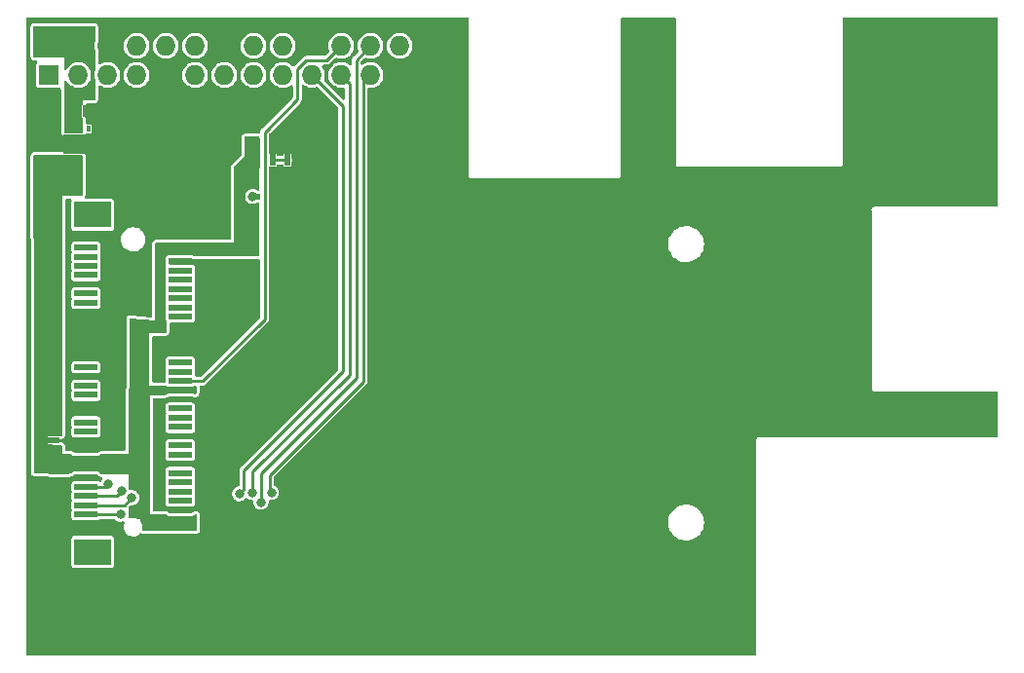
<source format=gtl>
%TF.GenerationSoftware,KiCad,Pcbnew,5.99.0-unknown-140f4a8d21~125~ubuntu20.04.1*%
%TF.CreationDate,2021-04-01T23:20:43+02:00*%
%TF.ProjectId,pi-hat-lorawan-gateway-minipci,70692d68-6174-42d6-9c6f-726177616e2d,rev?*%
%TF.SameCoordinates,Original*%
%TF.FileFunction,Copper,L1,Top*%
%TF.FilePolarity,Positive*%
%FSLAX46Y46*%
G04 Gerber Fmt 4.6, Leading zero omitted, Abs format (unit mm)*
G04 Created by KiCad (PCBNEW 5.99.0-unknown-140f4a8d21~125~ubuntu20.04.1) date 2021-04-01 23:20:43*
%MOMM*%
%LPD*%
G01*
G04 APERTURE LIST*
%TA.AperFunction,ComponentPad*%
%ADD10R,1.727200X1.727200*%
%TD*%
%TA.AperFunction,ComponentPad*%
%ADD11O,1.727200X1.727200*%
%TD*%
%TA.AperFunction,SMDPad,CuDef*%
%ADD12R,3.200000X2.300000*%
%TD*%
%TA.AperFunction,SMDPad,CuDef*%
%ADD13R,2.000000X0.530000*%
%TD*%
%TA.AperFunction,SMDPad,CuDef*%
%ADD14R,1.000000X0.600000*%
%TD*%
%TA.AperFunction,SMDPad,CuDef*%
%ADD15R,0.600000X1.000000*%
%TD*%
%TA.AperFunction,SMDPad,CuDef*%
%ADD16R,0.450000X0.630000*%
%TD*%
%TA.AperFunction,SMDPad,CuDef*%
%ADD17R,2.600000X1.700000*%
%TD*%
%TA.AperFunction,ViaPad*%
%ADD18C,0.800000*%
%TD*%
%TA.AperFunction,Conductor*%
%ADD19C,0.254000*%
%TD*%
%TA.AperFunction,Conductor*%
%ADD20C,0.200000*%
%TD*%
%TA.AperFunction,Conductor*%
%ADD21C,0.508000*%
%TD*%
G04 APERTURE END LIST*
D10*
%TO.P,Con1,1,1*%
%TO.N,N/C*%
X106450000Y-74450000D03*
D11*
%TO.P,Con1,2,2*%
%TO.N,5V*%
X106450000Y-71910000D03*
%TO.P,Con1,3,3*%
%TO.N,N/C*%
X108990000Y-74450000D03*
%TO.P,Con1,4,4*%
%TO.N,5V*%
X108990000Y-71910000D03*
%TO.P,Con1,5,5*%
%TO.N,N/C*%
X111530000Y-74450000D03*
%TO.P,Con1,6,6*%
%TO.N,GND*%
X111530000Y-71910000D03*
%TO.P,Con1,7,7*%
%TO.N,N/C*%
X114070000Y-74450000D03*
%TO.P,Con1,8,8*%
X114070000Y-71910000D03*
%TO.P,Con1,9,9*%
%TO.N,GND*%
X116610000Y-74450000D03*
%TO.P,Con1,10,10*%
%TO.N,N/C*%
X116610000Y-71910000D03*
%TO.P,Con1,11,11*%
X119150000Y-74450000D03*
%TO.P,Con1,12,12*%
X119150000Y-71910000D03*
%TO.P,Con1,13,13*%
X121690000Y-74450000D03*
%TO.P,Con1,14,14*%
%TO.N,GND*%
X121690000Y-71910000D03*
%TO.P,Con1,15,15*%
%TO.N,N/C*%
X124230000Y-74450000D03*
%TO.P,Con1,16,16*%
X124230000Y-71910000D03*
%TO.P,Con1,17,17*%
X126770000Y-74450000D03*
%TO.P,Con1,18,18*%
X126770000Y-71910000D03*
%TO.P,Con1,19,19*%
%TO.N,/GPIO10(MOSI)*%
X129310000Y-74450000D03*
%TO.P,Con1,20,20*%
%TO.N,GND*%
X129310000Y-71910000D03*
%TO.P,Con1,21,21*%
%TO.N,/GPIO9(MISO)*%
X131850000Y-74450000D03*
%TO.P,Con1,22,22*%
%TO.N,/GPIO25*%
X131850000Y-71910000D03*
%TO.P,Con1,23,23*%
%TO.N,/GPIO11(SCLK)*%
X134390000Y-74450000D03*
%TO.P,Con1,24,24*%
%TO.N,/GPIO8(CE0)*%
X134390000Y-71910000D03*
%TO.P,Con1,25,25*%
%TO.N,GND*%
X136930000Y-74450000D03*
%TO.P,Con1,26,26*%
%TO.N,N/C*%
X136930000Y-71910000D03*
%TD*%
D12*
%TO.P,Con2,0*%
%TO.N,N/C*%
X110270000Y-115900000D03*
X110270000Y-86600000D03*
D13*
%TO.P,Con2,1,1*%
X109670000Y-89450000D03*
%TO.P,Con2,2,2*%
%TO.N,3V3*%
X117870000Y-89850000D03*
%TO.P,Con2,3,3*%
%TO.N,N/C*%
X109670000Y-90250000D03*
%TO.P,Con2,4,4*%
%TO.N,GND*%
X117870000Y-90650000D03*
%TO.P,Con2,5,5*%
%TO.N,N/C*%
X109670000Y-91050000D03*
%TO.P,Con2,6,6*%
X117870000Y-91450000D03*
%TO.P,Con2,7,7*%
X109670000Y-91850000D03*
%TO.P,Con2,8,8*%
X117870000Y-92250000D03*
%TO.P,Con2,9,9*%
%TO.N,GND*%
X109670000Y-92650000D03*
%TO.P,Con2,10,10*%
%TO.N,N/C*%
X117870000Y-93050000D03*
%TO.P,Con2,11,11*%
X109670000Y-93450000D03*
%TO.P,Con2,12,12*%
X117870000Y-93850000D03*
%TO.P,Con2,13,13*%
X109670000Y-94250000D03*
%TO.P,Con2,14,14*%
X117870000Y-94650000D03*
%TO.P,Con2,15,15*%
%TO.N,GND*%
X109670000Y-95050000D03*
%TO.P,Con2,16,16*%
%TO.N,N/C*%
X117870000Y-95450000D03*
%TO.P,Con2,17,17*%
%TO.N,GND*%
X109670000Y-99050000D03*
%TO.P,Con2,18,18*%
%TO.N,N/C*%
X117870000Y-99450000D03*
%TO.P,Con2,19,19*%
X109670000Y-99850000D03*
%TO.P,Con2,20,20*%
X117870000Y-100250000D03*
%TO.P,Con2,21,21*%
%TO.N,GND*%
X109670000Y-100650000D03*
%TO.P,Con2,22,22*%
%TO.N,/GPIO25*%
X117870000Y-101050000D03*
%TO.P,Con2,23,23*%
%TO.N,N/C*%
X109670000Y-101450000D03*
%TO.P,Con2,24,24*%
%TO.N,3V3*%
X117870000Y-101850000D03*
%TO.P,Con2,25,25*%
%TO.N,N/C*%
X109670000Y-102250000D03*
%TO.P,Con2,26,26*%
%TO.N,GND*%
X117870000Y-102650000D03*
%TO.P,Con2,27,27*%
X109670000Y-103050000D03*
%TO.P,Con2,28,28*%
%TO.N,N/C*%
X117870000Y-103450000D03*
%TO.P,Con2,29,29*%
%TO.N,GND*%
X109670000Y-103850000D03*
%TO.P,Con2,30,30*%
%TO.N,N/C*%
X117870000Y-104250000D03*
%TO.P,Con2,31,31*%
X109670000Y-104650000D03*
%TO.P,Con2,32,32*%
X117870000Y-105050000D03*
%TO.P,Con2,33,33*%
X109670000Y-105450000D03*
%TO.P,Con2,34,34*%
%TO.N,GND*%
X117870000Y-105850000D03*
%TO.P,Con2,35,35*%
X109670000Y-106250000D03*
%TO.P,Con2,36,36*%
%TO.N,N/C*%
X117870000Y-106650000D03*
%TO.P,Con2,37,37*%
%TO.N,GND*%
X109670000Y-107050000D03*
%TO.P,Con2,38,38*%
%TO.N,N/C*%
X117870000Y-107450000D03*
%TO.P,Con2,39,39*%
%TO.N,3V3*%
X109670000Y-107850000D03*
%TO.P,Con2,40,40*%
%TO.N,GND*%
X117870000Y-108250000D03*
%TO.P,Con2,41,41*%
%TO.N,3V3*%
X109670000Y-108650000D03*
%TO.P,Con2,42,42*%
%TO.N,N/C*%
X117870000Y-109050000D03*
%TO.P,Con2,43,43*%
%TO.N,GND*%
X109670000Y-109450000D03*
%TO.P,Con2,44,44*%
%TO.N,N/C*%
X117870000Y-109850000D03*
%TO.P,Con2,45,45*%
%TO.N,/GPIO11(SCLK)*%
X109670000Y-110250000D03*
%TO.P,Con2,46,46*%
%TO.N,N/C*%
X117870000Y-110650000D03*
%TO.P,Con2,47,47*%
%TO.N,/GPIO9(MISO)*%
X109670000Y-111050000D03*
%TO.P,Con2,48,48*%
%TO.N,N/C*%
X117870000Y-111450000D03*
%TO.P,Con2,49,49*%
%TO.N,/GPIO10(MOSI)*%
X109670000Y-111850000D03*
%TO.P,Con2,50,50*%
%TO.N,GND*%
X117870000Y-112250000D03*
%TO.P,Con2,51,51*%
%TO.N,/GPIO8(CE0)*%
X109670000Y-112650000D03*
%TO.P,Con2,52,52*%
%TO.N,3V3*%
X117870000Y-113050000D03*
%TD*%
D14*
%TO.P,C1,1*%
%TO.N,3V3*%
X106880000Y-108750000D03*
%TO.P,C1,2*%
%TO.N,GND*%
X106880000Y-110150000D03*
%TD*%
%TO.P,C2,1*%
%TO.N,3V3*%
X106880000Y-107630000D03*
%TO.P,C2,2*%
%TO.N,GND*%
X106880000Y-106230000D03*
%TD*%
D15*
%TO.P,D1,1,A*%
%TO.N,Net-(D1-Pad1)*%
X127200000Y-81840000D03*
%TO.P,D1,2,K*%
%TO.N,GND*%
X128600000Y-81840000D03*
%TD*%
%TO.P,R3,1*%
%TO.N,Net-(D1-Pad1)*%
X125910000Y-81840000D03*
%TO.P,R3,2*%
%TO.N,3V3*%
X124510000Y-81840000D03*
%TD*%
%TO.P,C3,1*%
%TO.N,5V*%
X108270000Y-77610000D03*
%TO.P,C3,2*%
%TO.N,GND*%
X109670000Y-77610000D03*
%TD*%
%TO.P,C4,1*%
%TO.N,3V3*%
X108470000Y-83420000D03*
%TO.P,C4,2*%
%TO.N,GND*%
X109870000Y-83420000D03*
%TD*%
D16*
%TO.P,U1,1,VOUT*%
%TO.N,3V3*%
X107980000Y-81810000D03*
%TO.P,U1,2,ADJ/SENSE*%
X108930000Y-81810000D03*
%TO.P,U1,3,GND*%
%TO.N,GND*%
X109880000Y-81810000D03*
%TO.P,U1,4,PG*%
%TO.N,N/C*%
X109880000Y-79130000D03*
%TO.P,U1,5,EN*%
%TO.N,5V*%
X108930000Y-79130000D03*
%TO.P,U1,6,VIN*%
X107980000Y-79130000D03*
D17*
%TO.P,U1,EP,EP*%
%TO.N,GND*%
X108930000Y-80470000D03*
%TD*%
D18*
%TO.N,GND*%
X120740000Y-113960000D03*
X121760000Y-112610000D03*
X114600000Y-83720000D03*
X111770000Y-90630000D03*
X113310000Y-85390000D03*
X120830000Y-107830000D03*
X116080000Y-99410000D03*
X130540000Y-88830000D03*
X124150000Y-85010000D03*
X111999776Y-105499789D03*
X129452990Y-81952319D03*
X112580000Y-101960000D03*
X120390000Y-90990000D03*
X121660000Y-95720000D03*
X134870000Y-91780000D03*
X109250000Y-97100000D03*
X112390000Y-84360000D03*
X130120000Y-94470000D03*
X120350000Y-97140000D03*
X123570000Y-77920000D03*
X120250000Y-84300000D03*
X134720000Y-84060000D03*
X121770000Y-81290000D03*
X124530000Y-77160000D03*
X116010000Y-115440000D03*
X127050000Y-87860000D03*
X114010000Y-79330000D03*
X122400000Y-92650000D03*
X117470000Y-77780000D03*
X118520000Y-76870000D03*
X127820000Y-92020000D03*
X121240000Y-87220000D03*
X121360000Y-115230000D03*
X114780000Y-94300000D03*
X120980000Y-105240000D03*
X112510000Y-104210000D03*
X121180000Y-102670000D03*
X114360000Y-87240000D03*
X114400000Y-92650000D03*
%TO.N,/GPIO8(CE0)*%
X124880000Y-111590000D03*
X112670000Y-112630510D03*
%TO.N,/GPIO11(SCLK)*%
X125780000Y-110750000D03*
X111620000Y-110010000D03*
%TO.N,/GPIO9(MISO)*%
X112744405Y-110627071D03*
X124127903Y-110748538D03*
%TO.N,/GPIO10(MOSI)*%
X113660000Y-111200000D03*
X123012494Y-110854345D03*
%TD*%
D19*
%TO.N,/GPIO8(CE0)*%
X112650510Y-112650000D02*
X112670000Y-112630510D01*
%TO.N,/GPIO10(MOSI)*%
X113660000Y-111200000D02*
X113010000Y-111850000D01*
%TO.N,/GPIO8(CE0)*%
X109670000Y-112650000D02*
X112650510Y-112650000D01*
%TO.N,/GPIO10(MOSI)*%
X113010000Y-111850000D02*
X109670000Y-111850000D01*
X123012494Y-110854345D02*
X123390000Y-110476839D01*
X123390000Y-110476839D02*
X123390000Y-108817932D01*
X123390000Y-108817932D02*
X131990000Y-100217932D01*
X131990000Y-100217932D02*
X131990000Y-77130000D01*
X131990000Y-77130000D02*
X129310000Y-74450000D01*
%TO.N,/GPIO9(MISO)*%
X132580000Y-75180000D02*
X132580000Y-100490000D01*
X132580000Y-100490000D02*
X124127903Y-108942097D01*
%TO.N,/GPIO8(CE0)*%
X133145889Y-73154111D02*
X133145889Y-100804111D01*
%TO.N,/GPIO9(MISO)*%
X124127903Y-108942097D02*
X124127903Y-110748538D01*
%TO.N,/GPIO8(CE0)*%
X134390000Y-71910000D02*
X133145889Y-73154111D01*
X133145889Y-100804111D02*
X124908404Y-109041596D01*
X124908404Y-111561596D02*
X124880000Y-111590000D01*
%TO.N,/GPIO9(MISO)*%
X131850000Y-74450000D02*
X132580000Y-75180000D01*
%TO.N,/GPIO8(CE0)*%
X124908404Y-109041596D02*
X124908404Y-111561596D01*
%TO.N,/GPIO11(SCLK)*%
X125610000Y-109220000D02*
X125610000Y-110580000D01*
X125610000Y-110580000D02*
X125780000Y-110750000D01*
%TO.N,/GPIO25*%
X131850000Y-71910000D02*
X130580000Y-73180000D01*
X130580000Y-73180000D02*
X128817895Y-73180000D01*
X128817895Y-73180000D02*
X128030000Y-73967895D01*
X119820000Y-101050000D02*
X117870000Y-101050000D01*
X128030000Y-73967895D02*
X128030000Y-76580000D01*
X128030000Y-76580000D02*
X125190000Y-79420000D01*
X125190000Y-95680000D02*
X119820000Y-101050000D01*
X125190000Y-79420000D02*
X125190000Y-95680000D01*
D20*
%TO.N,GND*%
X109670000Y-99050000D02*
X109670000Y-97520000D01*
X109670000Y-97520000D02*
X109250000Y-97100000D01*
D19*
X117870000Y-90650000D02*
X120050000Y-90650000D01*
X109650000Y-106230000D02*
X106880000Y-106230000D01*
X129340671Y-81840000D02*
X129452990Y-81952319D01*
X108390000Y-109450000D02*
X107630000Y-110210000D01*
X107630000Y-110210000D02*
X106940000Y-110210000D01*
X128600000Y-81840000D02*
X129340671Y-81840000D01*
X106940000Y-110210000D02*
X106880000Y-110150000D01*
X109670000Y-106250000D02*
X109650000Y-106230000D01*
X109670000Y-109450000D02*
X108390000Y-109450000D01*
X120050000Y-90650000D02*
X120390000Y-90990000D01*
D21*
%TO.N,3V3*%
X106880000Y-108750000D02*
X106980000Y-108650000D01*
X108470000Y-83420000D02*
X108470000Y-83560000D01*
D19*
%TO.N,5V*%
X108990000Y-71910000D02*
X108990000Y-72570000D01*
X106450000Y-71910000D02*
X107020000Y-71910000D01*
%TO.N,/GPIO8(CE0)*%
X134390000Y-72120000D02*
X134390000Y-71910000D01*
%TO.N,/GPIO11(SCLK)*%
X134390000Y-74450000D02*
X133740000Y-75100000D01*
X133740000Y-75100000D02*
X133740000Y-101090000D01*
X109670000Y-110250000D02*
X111380000Y-110250000D01*
X133740000Y-101090000D02*
X125610000Y-109220000D01*
X111380000Y-110250000D02*
X111620000Y-110010000D01*
X109690000Y-110270000D02*
X109670000Y-110250000D01*
%TO.N,/GPIO9(MISO)*%
X112321476Y-111050000D02*
X112744405Y-110627071D01*
X109670000Y-111050000D02*
X112321476Y-111050000D01*
%TO.N,/GPIO10(MOSI)*%
X129250000Y-74510000D02*
X129310000Y-74450000D01*
%TO.N,Net-(D1-Pad1)*%
X127200000Y-81840000D02*
X125910000Y-81840000D01*
%TD*%
%TA.AperFunction,Conductor*%
%TO.N,GND*%
G36*
X157429382Y-69420445D02*
G01*
X158639618Y-69421595D01*
X160790122Y-69423639D01*
X160858221Y-69443706D01*
X160904663Y-69497406D01*
X160916000Y-69549639D01*
X160916000Y-82132453D01*
X160913579Y-82157033D01*
X160911000Y-82170000D01*
X160916000Y-82195137D01*
X160930715Y-82269115D01*
X160937609Y-82279433D01*
X160937610Y-82279435D01*
X160979966Y-82342825D01*
X160986859Y-82353141D01*
X160997175Y-82360034D01*
X161060565Y-82402390D01*
X161060567Y-82402391D01*
X161070885Y-82409285D01*
X161170000Y-82429000D01*
X161182171Y-82426579D01*
X161182173Y-82426579D01*
X161182967Y-82426421D01*
X161207547Y-82424000D01*
X175142453Y-82424000D01*
X175167033Y-82426421D01*
X175167827Y-82426579D01*
X175167829Y-82426579D01*
X175180000Y-82429000D01*
X175279115Y-82409285D01*
X175289433Y-82402391D01*
X175289435Y-82402390D01*
X175352825Y-82360034D01*
X175363141Y-82353141D01*
X175370034Y-82342825D01*
X175412390Y-82279435D01*
X175412391Y-82279433D01*
X175419285Y-82269115D01*
X175434000Y-82195137D01*
X175439000Y-82170000D01*
X175436421Y-82157033D01*
X175434000Y-82132453D01*
X175434000Y-69550000D01*
X175454002Y-69481879D01*
X175507658Y-69435386D01*
X175560000Y-69424000D01*
X188810000Y-69424000D01*
X188878121Y-69444002D01*
X188924614Y-69497658D01*
X188936000Y-69550000D01*
X188936000Y-85790000D01*
X188915998Y-85858121D01*
X188862342Y-85904614D01*
X188810000Y-85916000D01*
X178227547Y-85916000D01*
X178202967Y-85913579D01*
X178202173Y-85913421D01*
X178202171Y-85913421D01*
X178190000Y-85911000D01*
X178164863Y-85916000D01*
X178090885Y-85930715D01*
X178080567Y-85937609D01*
X178080565Y-85937610D01*
X178017175Y-85979966D01*
X178006859Y-85986859D01*
X177999966Y-85997175D01*
X177957610Y-86060565D01*
X177957609Y-86060567D01*
X177950715Y-86070885D01*
X177931000Y-86170000D01*
X177933421Y-86182171D01*
X177933421Y-86182173D01*
X177933579Y-86182967D01*
X177936000Y-86207547D01*
X177936000Y-101662453D01*
X177933579Y-101687033D01*
X177931000Y-101700000D01*
X177936000Y-101725137D01*
X177950715Y-101799115D01*
X177957609Y-101809433D01*
X177957610Y-101809435D01*
X177960865Y-101814306D01*
X178006859Y-101883141D01*
X178017175Y-101890034D01*
X178080565Y-101932390D01*
X178080567Y-101932391D01*
X178090885Y-101939285D01*
X178190000Y-101959000D01*
X178202171Y-101956579D01*
X178202173Y-101956579D01*
X178202967Y-101956421D01*
X178227547Y-101954000D01*
X188810000Y-101954000D01*
X188878121Y-101974002D01*
X188924614Y-102027658D01*
X188936000Y-102080000D01*
X188936000Y-105790000D01*
X188915998Y-105858121D01*
X188862342Y-105904614D01*
X188810000Y-105916000D01*
X168227547Y-105916000D01*
X168202967Y-105913579D01*
X168202173Y-105913421D01*
X168202171Y-105913421D01*
X168190000Y-105911000D01*
X168164863Y-105916000D01*
X168090885Y-105930715D01*
X168080567Y-105937609D01*
X168080565Y-105937610D01*
X168017175Y-105979966D01*
X168006859Y-105986859D01*
X167999966Y-105997175D01*
X167957610Y-106060565D01*
X167957609Y-106060567D01*
X167950715Y-106070885D01*
X167931000Y-106170000D01*
X167933421Y-106182171D01*
X167933421Y-106182173D01*
X167933579Y-106182967D01*
X167936000Y-106207547D01*
X167936000Y-124790000D01*
X167915998Y-124858121D01*
X167862342Y-124904614D01*
X167810000Y-124916000D01*
X104570000Y-124916000D01*
X104501879Y-124895998D01*
X104455386Y-124842342D01*
X104444000Y-124790000D01*
X104444000Y-114750000D01*
X108410500Y-114750000D01*
X108410500Y-117050000D01*
X108430253Y-117149306D01*
X108486506Y-117233494D01*
X108570694Y-117289747D01*
X108670000Y-117309500D01*
X111870000Y-117309500D01*
X111969306Y-117289747D01*
X112053494Y-117233494D01*
X112109747Y-117149306D01*
X112129500Y-117050000D01*
X112129500Y-114750000D01*
X112109747Y-114650694D01*
X112053494Y-114566506D01*
X111969306Y-114510253D01*
X111870000Y-114490500D01*
X108670000Y-114490500D01*
X108570694Y-114510253D01*
X108486506Y-114566506D01*
X108430253Y-114650694D01*
X108410500Y-114750000D01*
X104444000Y-114750000D01*
X104444000Y-81504924D01*
X104862041Y-81504924D01*
X104889978Y-95802630D01*
X104912812Y-107488676D01*
X104915755Y-108995201D01*
X104921514Y-109048487D01*
X104932710Y-109100164D01*
X104939657Y-109125713D01*
X104988383Y-109212013D01*
X105034679Y-109265838D01*
X105067148Y-109297398D01*
X105075116Y-109301603D01*
X105075117Y-109301604D01*
X105149316Y-109340763D01*
X105154796Y-109343655D01*
X105160734Y-109345422D01*
X105160736Y-109345423D01*
X105167514Y-109347440D01*
X105222843Y-109363906D01*
X105227288Y-109364562D01*
X105227294Y-109364563D01*
X105289915Y-109373800D01*
X105289921Y-109373800D01*
X105294365Y-109374456D01*
X107494591Y-109382506D01*
X108140167Y-109384868D01*
X108143727Y-109384881D01*
X108200584Y-109378649D01*
X108255584Y-109366234D01*
X108309601Y-109347440D01*
X108312806Y-109345901D01*
X108312811Y-109345899D01*
X108323811Y-109340617D01*
X108323835Y-109340605D01*
X108324148Y-109340455D01*
X108329494Y-109337810D01*
X108332373Y-109336343D01*
X108371808Y-109323874D01*
X108374973Y-109323424D01*
X108380893Y-109322510D01*
X108381378Y-109322429D01*
X108381529Y-109322405D01*
X108391918Y-109321190D01*
X108391918Y-109321187D01*
X108406828Y-109319866D01*
X108413535Y-109319072D01*
X108413535Y-109319073D01*
X108413548Y-109319070D01*
X108417182Y-109318640D01*
X108420089Y-109318296D01*
X108456572Y-109311244D01*
X108458779Y-109310647D01*
X108458792Y-109310644D01*
X108478945Y-109305192D01*
X108492052Y-109301647D01*
X108501627Y-109298854D01*
X108588611Y-109251358D01*
X108632716Y-109214499D01*
X108633520Y-109215460D01*
X108645423Y-109203557D01*
X108649649Y-109200733D01*
X108719647Y-109179500D01*
X110600285Y-109179500D01*
X110668406Y-109199502D01*
X110697744Y-109226898D01*
X110698304Y-109226435D01*
X110729107Y-109263709D01*
X110731213Y-109266258D01*
X110767470Y-109302004D01*
X110785697Y-109318320D01*
X110873345Y-109364577D01*
X110879283Y-109366344D01*
X110879285Y-109366345D01*
X110904336Y-109373800D01*
X110941392Y-109384828D01*
X110945837Y-109385484D01*
X110945843Y-109385485D01*
X110992620Y-109392385D01*
X111012914Y-109395378D01*
X111017411Y-109395394D01*
X111018149Y-109395450D01*
X111084577Y-109420506D01*
X111126914Y-109477498D01*
X111131718Y-109548332D01*
X111100545Y-109607349D01*
X111086453Y-109622356D01*
X111082635Y-109629301D01*
X111082632Y-109629305D01*
X111018023Y-109746827D01*
X110967678Y-109796886D01*
X110898261Y-109811779D01*
X110837609Y-109790892D01*
X110769306Y-109745253D01*
X110670000Y-109725500D01*
X108670000Y-109725500D01*
X108570694Y-109745253D01*
X108486506Y-109801506D01*
X108430253Y-109885694D01*
X108410500Y-109985000D01*
X108410500Y-110515000D01*
X108411707Y-110521068D01*
X108430253Y-110614306D01*
X108429058Y-110614544D01*
X108435275Y-110672373D01*
X108432234Y-110682729D01*
X108430253Y-110685694D01*
X108410500Y-110785000D01*
X108410500Y-111315000D01*
X108411707Y-111321068D01*
X108430253Y-111414306D01*
X108429058Y-111414544D01*
X108435275Y-111472373D01*
X108432234Y-111482729D01*
X108430253Y-111485694D01*
X108410500Y-111585000D01*
X108410500Y-112115000D01*
X108411707Y-112121068D01*
X108430253Y-112214306D01*
X108429058Y-112214544D01*
X108435275Y-112272373D01*
X108432234Y-112282729D01*
X108430253Y-112285694D01*
X108410500Y-112385000D01*
X108410500Y-112915000D01*
X108430253Y-113014306D01*
X108486506Y-113098494D01*
X108570694Y-113154747D01*
X108670000Y-113174500D01*
X110670000Y-113174500D01*
X110769306Y-113154747D01*
X110853494Y-113098494D01*
X110860840Y-113087500D01*
X110862210Y-113086355D01*
X110869164Y-113079401D01*
X110869786Y-113080023D01*
X110915316Y-113041971D01*
X110965606Y-113031500D01*
X112094461Y-113031500D01*
X112162582Y-113051502D01*
X112186311Y-113071247D01*
X112249619Y-113138663D01*
X112389199Y-113227243D01*
X112396738Y-113229693D01*
X112396741Y-113229694D01*
X112538884Y-113275879D01*
X112538886Y-113275879D01*
X112546422Y-113278328D01*
X112554331Y-113278826D01*
X112554333Y-113278826D01*
X112628916Y-113283518D01*
X112711410Y-113288709D01*
X112719194Y-113287224D01*
X112719196Y-113287224D01*
X112866009Y-113259218D01*
X112866012Y-113259217D01*
X112873797Y-113257732D01*
X112878468Y-113255534D01*
X112948207Y-113253543D01*
X113009004Y-113290207D01*
X113040328Y-113353920D01*
X113034574Y-113418497D01*
X112985608Y-113553029D01*
X112985607Y-113553034D01*
X112983198Y-113559652D01*
X112960579Y-113738698D01*
X112978190Y-113918305D01*
X113035154Y-114089546D01*
X113038801Y-114095568D01*
X113038802Y-114095570D01*
X113117995Y-114226332D01*
X113128642Y-114243913D01*
X113254005Y-114373730D01*
X113405015Y-114472548D01*
X113574164Y-114535454D01*
X113581145Y-114536385D01*
X113581147Y-114536386D01*
X113746066Y-114558391D01*
X113746070Y-114558391D01*
X113753047Y-114559322D01*
X113760058Y-114558684D01*
X113760062Y-114558684D01*
X113925752Y-114543605D01*
X113932773Y-114542966D01*
X114090531Y-114491707D01*
X114097708Y-114489375D01*
X114104408Y-114487198D01*
X114135459Y-114468688D01*
X114253371Y-114398399D01*
X114253373Y-114398398D01*
X114259423Y-114394791D01*
X114330109Y-114327478D01*
X114355736Y-114303074D01*
X114418861Y-114270582D01*
X114489532Y-114277376D01*
X114501028Y-114282672D01*
X114535759Y-114300839D01*
X114535769Y-114300843D01*
X114541248Y-114303709D01*
X114609369Y-114323711D01*
X114613828Y-114324352D01*
X114613832Y-114324353D01*
X114635568Y-114327478D01*
X114680929Y-114334000D01*
X119214000Y-114334000D01*
X119217347Y-114333640D01*
X119217351Y-114333640D01*
X119264626Y-114328558D01*
X119264633Y-114328557D01*
X119267990Y-114328196D01*
X119271291Y-114327478D01*
X119318678Y-114317170D01*
X119318685Y-114317168D01*
X119320332Y-114316810D01*
X119346555Y-114309616D01*
X119387320Y-114286403D01*
X119427298Y-114263638D01*
X119427302Y-114263635D01*
X119432676Y-114260575D01*
X119472195Y-114226332D01*
X119484209Y-114215922D01*
X119484214Y-114215917D01*
X119486332Y-114214082D01*
X119517773Y-114181498D01*
X119563709Y-114093681D01*
X119583711Y-114025560D01*
X119594000Y-113954000D01*
X119594000Y-113458785D01*
X160264299Y-113458785D01*
X160301704Y-113706113D01*
X160303253Y-113710937D01*
X160303254Y-113710942D01*
X160314417Y-113745710D01*
X160378170Y-113944279D01*
X160380468Y-113948789D01*
X160380470Y-113948794D01*
X160380827Y-113949494D01*
X160491732Y-114167156D01*
X160639466Y-114369009D01*
X160817573Y-114544646D01*
X160821698Y-114547578D01*
X160821701Y-114547580D01*
X160848333Y-114566506D01*
X161021469Y-114689548D01*
X161245910Y-114799986D01*
X161250749Y-114801465D01*
X161250753Y-114801467D01*
X161480272Y-114871638D01*
X161480274Y-114871638D01*
X161485120Y-114873120D01*
X161490141Y-114873808D01*
X161490142Y-114873808D01*
X161727923Y-114906380D01*
X161732946Y-114907068D01*
X161805588Y-114905293D01*
X161977951Y-114901081D01*
X161977955Y-114901081D01*
X161983012Y-114900957D01*
X162228884Y-114854943D01*
X162464236Y-114770211D01*
X162683014Y-114648941D01*
X162686992Y-114645811D01*
X162686996Y-114645808D01*
X162875613Y-114497381D01*
X162875614Y-114497380D01*
X162879589Y-114494252D01*
X163048903Y-114310124D01*
X163186600Y-114101295D01*
X163250792Y-113958463D01*
X163287065Y-113877753D01*
X163287067Y-113877747D01*
X163289139Y-113873137D01*
X163290447Y-113868256D01*
X163290449Y-113868250D01*
X163352572Y-113636402D01*
X163352572Y-113636401D01*
X163353880Y-113631520D01*
X163379158Y-113382660D01*
X163379500Y-113350000D01*
X163374449Y-113287224D01*
X163359845Y-113105706D01*
X163359844Y-113105701D01*
X163359439Y-113100665D01*
X163356206Y-113087500D01*
X163300979Y-112862659D01*
X163299772Y-112857745D01*
X163243704Y-112725656D01*
X163204011Y-112632147D01*
X163204010Y-112632145D01*
X163202034Y-112627490D01*
X163195175Y-112616597D01*
X163071433Y-112420098D01*
X163068741Y-112415823D01*
X163051378Y-112396128D01*
X162906664Y-112231983D01*
X162903320Y-112228190D01*
X162710028Y-112069418D01*
X162517164Y-111957168D01*
X162498206Y-111946134D01*
X162498204Y-111946133D01*
X162493838Y-111943592D01*
X162417087Y-111914130D01*
X162265036Y-111855763D01*
X162265032Y-111855762D01*
X162260312Y-111853950D01*
X162255362Y-111852916D01*
X162255359Y-111852915D01*
X162020408Y-111803831D01*
X162020404Y-111803831D01*
X162015457Y-111802797D01*
X161765574Y-111791450D01*
X161760554Y-111792031D01*
X161760550Y-111792031D01*
X161522122Y-111819618D01*
X161517092Y-111820200D01*
X161512221Y-111821578D01*
X161512218Y-111821579D01*
X161448096Y-111839724D01*
X161276402Y-111888309D01*
X161049698Y-111994023D01*
X161045518Y-111996864D01*
X161045514Y-111996866D01*
X160880788Y-112108813D01*
X160842811Y-112134622D01*
X160839134Y-112138099D01*
X160839128Y-112138104D01*
X160683058Y-112285694D01*
X160661066Y-112306491D01*
X160509136Y-112505206D01*
X160506746Y-112509664D01*
X160506745Y-112509665D01*
X160489031Y-112542702D01*
X160390932Y-112725656D01*
X160309495Y-112962168D01*
X160308634Y-112967151D01*
X160308633Y-112967156D01*
X160267779Y-113203672D01*
X160266918Y-113208658D01*
X160266865Y-113213717D01*
X160266183Y-113278826D01*
X160264299Y-113458785D01*
X119594000Y-113458785D01*
X119594000Y-112756000D01*
X119590738Y-112725656D01*
X119588558Y-112705374D01*
X119588557Y-112705367D01*
X119588196Y-112702010D01*
X119576810Y-112649668D01*
X119569616Y-112623445D01*
X119546403Y-112582680D01*
X119523638Y-112542702D01*
X119523635Y-112542698D01*
X119520575Y-112537324D01*
X119480522Y-112491100D01*
X119475922Y-112485791D01*
X119475917Y-112485786D01*
X119474082Y-112483668D01*
X119441498Y-112452227D01*
X119353681Y-112406291D01*
X119285560Y-112386289D01*
X119281101Y-112385648D01*
X119281097Y-112385647D01*
X119248789Y-112381002D01*
X119214000Y-112376000D01*
X119166609Y-112376000D01*
X119144440Y-112378283D01*
X119118043Y-112381002D01*
X119118036Y-112381003D01*
X119114833Y-112381333D01*
X119111679Y-112381990D01*
X119111677Y-112381990D01*
X119066021Y-112391496D01*
X119066011Y-112391498D01*
X119064543Y-112391804D01*
X119052702Y-112394883D01*
X119047911Y-112396128D01*
X119047910Y-112396128D01*
X119040419Y-112398076D01*
X118953436Y-112445573D01*
X118906543Y-112484763D01*
X118904376Y-112482170D01*
X118903542Y-112482920D01*
X118905644Y-112485099D01*
X118905559Y-112485181D01*
X118902728Y-112486662D01*
X118903363Y-112487422D01*
X118898962Y-112491100D01*
X118897526Y-112489382D01*
X118894707Y-112490856D01*
X118883131Y-112501255D01*
X118880975Y-112502383D01*
X118879190Y-112498971D01*
X118842646Y-112518082D01*
X118818078Y-112520500D01*
X116923671Y-112520500D01*
X116855550Y-112500498D01*
X116835375Y-112484388D01*
X116828659Y-112477791D01*
X116819508Y-112468802D01*
X116809550Y-112459937D01*
X116806671Y-112457374D01*
X116806670Y-112457373D01*
X116800889Y-112452227D01*
X116788169Y-112445573D01*
X116739467Y-112420098D01*
X116713072Y-112406291D01*
X116644951Y-112386289D01*
X116640492Y-112385648D01*
X116640488Y-112385647D01*
X116608180Y-112381002D01*
X116573391Y-112376000D01*
X115580000Y-112376000D01*
X115511879Y-112355998D01*
X115465386Y-112302342D01*
X115454000Y-112250000D01*
X115454000Y-108785000D01*
X116610500Y-108785000D01*
X116610500Y-109315000D01*
X116613949Y-109332337D01*
X116630253Y-109414306D01*
X116629058Y-109414544D01*
X116635275Y-109472373D01*
X116632234Y-109482729D01*
X116630253Y-109485694D01*
X116610500Y-109585000D01*
X116610500Y-110115000D01*
X116611707Y-110121068D01*
X116630253Y-110214306D01*
X116629058Y-110214544D01*
X116635275Y-110272373D01*
X116632234Y-110282729D01*
X116630253Y-110285694D01*
X116610500Y-110385000D01*
X116610500Y-110915000D01*
X116611707Y-110921068D01*
X116630253Y-111014306D01*
X116629058Y-111014544D01*
X116635275Y-111072373D01*
X116632234Y-111082729D01*
X116630253Y-111085694D01*
X116610500Y-111185000D01*
X116610500Y-111715000D01*
X116630253Y-111814306D01*
X116686506Y-111898494D01*
X116770694Y-111954747D01*
X116870000Y-111974500D01*
X118870000Y-111974500D01*
X118969306Y-111954747D01*
X119053494Y-111898494D01*
X119109747Y-111814306D01*
X119129500Y-111715000D01*
X119129500Y-111185000D01*
X119109747Y-111085694D01*
X119110942Y-111085456D01*
X119104725Y-111027627D01*
X119107766Y-111017271D01*
X119109747Y-111014306D01*
X119129500Y-110915000D01*
X119129500Y-110385000D01*
X119109747Y-110285694D01*
X119110942Y-110285456D01*
X119104725Y-110227627D01*
X119107766Y-110217271D01*
X119109747Y-110214306D01*
X119129500Y-110115000D01*
X119129500Y-109585000D01*
X119109747Y-109485694D01*
X119110942Y-109485456D01*
X119104725Y-109427627D01*
X119107766Y-109417271D01*
X119109747Y-109414306D01*
X119129500Y-109315000D01*
X119129500Y-108785000D01*
X119109747Y-108685694D01*
X119053494Y-108601506D01*
X118969306Y-108545253D01*
X118870000Y-108525500D01*
X116870000Y-108525500D01*
X116770694Y-108545253D01*
X116686506Y-108601506D01*
X116630253Y-108685694D01*
X116610500Y-108785000D01*
X115454000Y-108785000D01*
X115454000Y-106385000D01*
X116610500Y-106385000D01*
X116610500Y-106915000D01*
X116611707Y-106921068D01*
X116630253Y-107014306D01*
X116629058Y-107014544D01*
X116635275Y-107072373D01*
X116632234Y-107082729D01*
X116630253Y-107085694D01*
X116610500Y-107185000D01*
X116610500Y-107715000D01*
X116630253Y-107814306D01*
X116686506Y-107898494D01*
X116770694Y-107954747D01*
X116870000Y-107974500D01*
X118870000Y-107974500D01*
X118969306Y-107954747D01*
X119053494Y-107898494D01*
X119109747Y-107814306D01*
X119129500Y-107715000D01*
X119129500Y-107185000D01*
X119109747Y-107085694D01*
X119110942Y-107085456D01*
X119104725Y-107027627D01*
X119107766Y-107017271D01*
X119109747Y-107014306D01*
X119129500Y-106915000D01*
X119129500Y-106385000D01*
X119109747Y-106285694D01*
X119053494Y-106201506D01*
X118969306Y-106145253D01*
X118870000Y-106125500D01*
X116870000Y-106125500D01*
X116770694Y-106145253D01*
X116686506Y-106201506D01*
X116630253Y-106285694D01*
X116610500Y-106385000D01*
X115454000Y-106385000D01*
X115454000Y-103185000D01*
X116610500Y-103185000D01*
X116610500Y-103715000D01*
X116611707Y-103721068D01*
X116630253Y-103814306D01*
X116629058Y-103814544D01*
X116635275Y-103872373D01*
X116632234Y-103882729D01*
X116630253Y-103885694D01*
X116610500Y-103985000D01*
X116610500Y-104515000D01*
X116611707Y-104521068D01*
X116630253Y-104614306D01*
X116629058Y-104614544D01*
X116635275Y-104672373D01*
X116632234Y-104682729D01*
X116630253Y-104685694D01*
X116610500Y-104785000D01*
X116610500Y-105315000D01*
X116630253Y-105414306D01*
X116686506Y-105498494D01*
X116770694Y-105554747D01*
X116870000Y-105574500D01*
X118870000Y-105574500D01*
X118969306Y-105554747D01*
X119053494Y-105498494D01*
X119109747Y-105414306D01*
X119129500Y-105315000D01*
X119129500Y-104785000D01*
X119109747Y-104685694D01*
X119110942Y-104685456D01*
X119104725Y-104627627D01*
X119107766Y-104617271D01*
X119109747Y-104614306D01*
X119129500Y-104515000D01*
X119129500Y-103985000D01*
X119109747Y-103885694D01*
X119110942Y-103885456D01*
X119104725Y-103827627D01*
X119107766Y-103817271D01*
X119109747Y-103814306D01*
X119129500Y-103715000D01*
X119129500Y-103185000D01*
X119109747Y-103085694D01*
X119053494Y-103001506D01*
X118969306Y-102945253D01*
X118870000Y-102925500D01*
X116870000Y-102925500D01*
X116770694Y-102945253D01*
X116686506Y-103001506D01*
X116630253Y-103085694D01*
X116610500Y-103185000D01*
X115454000Y-103185000D01*
X115454000Y-102650000D01*
X115474002Y-102581879D01*
X115527658Y-102535386D01*
X115580000Y-102524000D01*
X116573391Y-102524000D01*
X116601857Y-102521068D01*
X116621957Y-102518998D01*
X116621964Y-102518997D01*
X116625167Y-102518667D01*
X116628321Y-102518010D01*
X116628323Y-102518010D01*
X116673979Y-102508504D01*
X116673989Y-102508502D01*
X116675457Y-102508196D01*
X116687298Y-102505117D01*
X116692089Y-102503872D01*
X116692090Y-102503872D01*
X116699581Y-102501924D01*
X116786564Y-102454427D01*
X116833457Y-102415237D01*
X116835624Y-102417830D01*
X116836458Y-102417080D01*
X116834356Y-102414901D01*
X116834441Y-102414819D01*
X116837272Y-102413338D01*
X116836637Y-102412578D01*
X116841038Y-102408900D01*
X116842474Y-102410618D01*
X116845293Y-102409144D01*
X116856869Y-102398745D01*
X116859025Y-102397617D01*
X116860810Y-102401029D01*
X116897354Y-102381918D01*
X116921922Y-102379500D01*
X118824472Y-102379500D01*
X118894472Y-102400734D01*
X118902056Y-102405801D01*
X118912373Y-102412695D01*
X118913008Y-102411745D01*
X118926649Y-102418574D01*
X118949780Y-102435254D01*
X119010547Y-102463007D01*
X119013195Y-102463941D01*
X119013202Y-102463944D01*
X119037816Y-102472627D01*
X119053253Y-102478073D01*
X119152216Y-102483378D01*
X119158350Y-102482496D01*
X119158352Y-102482496D01*
X119219697Y-102473676D01*
X119219706Y-102473674D01*
X119222490Y-102473274D01*
X119266555Y-102462861D01*
X119321393Y-102431634D01*
X119347298Y-102416883D01*
X119347302Y-102416880D01*
X119352676Y-102413820D01*
X119406332Y-102367327D01*
X119437773Y-102334743D01*
X119483709Y-102246926D01*
X119503711Y-102178805D01*
X119514000Y-102107245D01*
X119514000Y-101592755D01*
X119513838Y-101583690D01*
X119513517Y-101574701D01*
X119512894Y-101571567D01*
X119524783Y-101502111D01*
X119572694Y-101449718D01*
X119637956Y-101431500D01*
X119767155Y-101431500D01*
X119787828Y-101433700D01*
X119791613Y-101433878D01*
X119801793Y-101436070D01*
X119833032Y-101432373D01*
X119839663Y-101431982D01*
X119839659Y-101431928D01*
X119844835Y-101431500D01*
X119850040Y-101431500D01*
X119870792Y-101428046D01*
X119876670Y-101427209D01*
X119917490Y-101422378D01*
X119917491Y-101422378D01*
X119927830Y-101421154D01*
X119936123Y-101417172D01*
X119945194Y-101415662D01*
X119954355Y-101410719D01*
X119954358Y-101410718D01*
X119990526Y-101391202D01*
X119995779Y-101388525D01*
X120042239Y-101366215D01*
X120048938Y-101360585D01*
X120050874Y-101358649D01*
X120050896Y-101358629D01*
X120056889Y-101355395D01*
X120088981Y-101320678D01*
X120092410Y-101317113D01*
X125422393Y-95987130D01*
X125438566Y-95974068D01*
X125441371Y-95971515D01*
X125450119Y-95965867D01*
X125456564Y-95957692D01*
X125456566Y-95957690D01*
X125469596Y-95941161D01*
X125474010Y-95936194D01*
X125473969Y-95936159D01*
X125477328Y-95932195D01*
X125481003Y-95928520D01*
X125493242Y-95911394D01*
X125496805Y-95906648D01*
X125522246Y-95874377D01*
X125522248Y-95874374D01*
X125528693Y-95866198D01*
X125531741Y-95857518D01*
X125537088Y-95850036D01*
X125544688Y-95824625D01*
X125551845Y-95800692D01*
X125553680Y-95795044D01*
X125568119Y-95753930D01*
X125568120Y-95753926D01*
X125570745Y-95746451D01*
X125571500Y-95737733D01*
X125571500Y-95734992D01*
X125571501Y-95734967D01*
X125573453Y-95728441D01*
X125571597Y-95681205D01*
X125571500Y-95676259D01*
X125571500Y-82501500D01*
X125591502Y-82433379D01*
X125645158Y-82386886D01*
X125697500Y-82375500D01*
X126210000Y-82375500D01*
X126223585Y-82372798D01*
X126235102Y-82365102D01*
X126242798Y-82353585D01*
X126245500Y-82340000D01*
X126245500Y-82334824D01*
X126271950Y-82269318D01*
X126329904Y-82228308D01*
X126370761Y-82221500D01*
X126739239Y-82221500D01*
X126807360Y-82241502D01*
X126853853Y-82295158D01*
X126864500Y-82334661D01*
X126864500Y-82340000D01*
X126867202Y-82353585D01*
X126874898Y-82365102D01*
X126886415Y-82372798D01*
X126900000Y-82375500D01*
X127500000Y-82375500D01*
X127513585Y-82372798D01*
X127525102Y-82365102D01*
X127532798Y-82353585D01*
X127535500Y-82340000D01*
X127535500Y-82050623D01*
X127546259Y-81999676D01*
X127570146Y-81945644D01*
X127574357Y-81936119D01*
X127585309Y-81809676D01*
X127554712Y-81686502D01*
X127549063Y-81677754D01*
X127545863Y-81670358D01*
X127535500Y-81620317D01*
X127535500Y-81340000D01*
X127532798Y-81326415D01*
X127525102Y-81314898D01*
X127513585Y-81307202D01*
X127500000Y-81304500D01*
X126900000Y-81304500D01*
X126886415Y-81307202D01*
X126874898Y-81314898D01*
X126867202Y-81326415D01*
X126864500Y-81340000D01*
X126864500Y-81345176D01*
X126838050Y-81410682D01*
X126780096Y-81451692D01*
X126739239Y-81458500D01*
X126370761Y-81458500D01*
X126302640Y-81438498D01*
X126256147Y-81384842D01*
X126245500Y-81345339D01*
X126245500Y-81340000D01*
X126242798Y-81326415D01*
X126235102Y-81314898D01*
X126223585Y-81307202D01*
X126210000Y-81304500D01*
X125697500Y-81304500D01*
X125629379Y-81284498D01*
X125582886Y-81230842D01*
X125571500Y-81178500D01*
X125571500Y-79630213D01*
X125591502Y-79562092D01*
X125608405Y-79541118D01*
X128262389Y-76887133D01*
X128278575Y-76874060D01*
X128281373Y-76871515D01*
X128290119Y-76865867D01*
X128296564Y-76857692D01*
X128296566Y-76857690D01*
X128309600Y-76841156D01*
X128314011Y-76836193D01*
X128313969Y-76836157D01*
X128317323Y-76832199D01*
X128321003Y-76828519D01*
X128324025Y-76824291D01*
X128324032Y-76824282D01*
X128333250Y-76811383D01*
X128336812Y-76806639D01*
X128362245Y-76774377D01*
X128368693Y-76766198D01*
X128371741Y-76757518D01*
X128377088Y-76750036D01*
X128391845Y-76700692D01*
X128393680Y-76695044D01*
X128408119Y-76653930D01*
X128408120Y-76653926D01*
X128410745Y-76646451D01*
X128411500Y-76637733D01*
X128411500Y-76634992D01*
X128411501Y-76634967D01*
X128413453Y-76628441D01*
X128411597Y-76581205D01*
X128411500Y-76576259D01*
X128411500Y-75426855D01*
X128431502Y-75358734D01*
X128485158Y-75312241D01*
X128555432Y-75302137D01*
X128610937Y-75324469D01*
X128740180Y-75417169D01*
X128740182Y-75417170D01*
X128745058Y-75420667D01*
X128750503Y-75423177D01*
X128925793Y-75503987D01*
X128938799Y-75509983D01*
X128944615Y-75511417D01*
X128944618Y-75511418D01*
X129062920Y-75540585D01*
X129145934Y-75561052D01*
X129151924Y-75561361D01*
X129151926Y-75561361D01*
X129218317Y-75564782D01*
X129358989Y-75572031D01*
X129364924Y-75571202D01*
X129364928Y-75571202D01*
X129542155Y-75546452D01*
X129570276Y-75542525D01*
X129575952Y-75540587D01*
X129575961Y-75540585D01*
X129714208Y-75493387D01*
X129785137Y-75490307D01*
X129844012Y-75523534D01*
X131571595Y-77251117D01*
X131605621Y-77313429D01*
X131608500Y-77340212D01*
X131608500Y-100007719D01*
X131588498Y-100075840D01*
X131571595Y-100096814D01*
X123157607Y-108510802D01*
X123141434Y-108523864D01*
X123138629Y-108526417D01*
X123129881Y-108532065D01*
X123123436Y-108540240D01*
X123123434Y-108540242D01*
X123110404Y-108556771D01*
X123105991Y-108561737D01*
X123106032Y-108561772D01*
X123102674Y-108565735D01*
X123098997Y-108569412D01*
X123086742Y-108586562D01*
X123083203Y-108591275D01*
X123051307Y-108631734D01*
X123048260Y-108640412D01*
X123042912Y-108647895D01*
X123039928Y-108657873D01*
X123039926Y-108657877D01*
X123028155Y-108697238D01*
X123026320Y-108702886D01*
X123009255Y-108751481D01*
X123008500Y-108760199D01*
X123008500Y-108762940D01*
X123008499Y-108762964D01*
X123006547Y-108769491D01*
X123008403Y-108816726D01*
X123008500Y-108821673D01*
X123008500Y-110080682D01*
X122988498Y-110148803D01*
X122934842Y-110195296D01*
X122904309Y-110202949D01*
X122904613Y-110204544D01*
X122896826Y-110206029D01*
X122888916Y-110206527D01*
X122881380Y-110208976D01*
X122881378Y-110208976D01*
X122739235Y-110255161D01*
X122739232Y-110255162D01*
X122731693Y-110257612D01*
X122592113Y-110346192D01*
X122478947Y-110466701D01*
X122399306Y-110611567D01*
X122358194Y-110771688D01*
X122358194Y-110937002D01*
X122399306Y-111097123D01*
X122478947Y-111241989D01*
X122484371Y-111247765D01*
X122577309Y-111346733D01*
X122592113Y-111362498D01*
X122731693Y-111451078D01*
X122739232Y-111453528D01*
X122739235Y-111453529D01*
X122881378Y-111499714D01*
X122881380Y-111499714D01*
X122888916Y-111502163D01*
X122896825Y-111502661D01*
X122896827Y-111502661D01*
X122971243Y-111507343D01*
X123053904Y-111512544D01*
X123061688Y-111511059D01*
X123061690Y-111511059D01*
X123208507Y-111483052D01*
X123208508Y-111483052D01*
X123216291Y-111481567D01*
X123365872Y-111411179D01*
X123371977Y-111406129D01*
X123371981Y-111406126D01*
X123487141Y-111310857D01*
X123493249Y-111305804D01*
X123517694Y-111272158D01*
X123573916Y-111228804D01*
X123644652Y-111222728D01*
X123699942Y-111249132D01*
X123702100Y-111250917D01*
X123707522Y-111256691D01*
X123847102Y-111345271D01*
X123854641Y-111347721D01*
X123854644Y-111347722D01*
X123996787Y-111393907D01*
X123996789Y-111393907D01*
X124004325Y-111396356D01*
X124012234Y-111396854D01*
X124012236Y-111396854D01*
X124107612Y-111402855D01*
X124174343Y-111427095D01*
X124217374Y-111483564D01*
X124225700Y-111528606D01*
X124225700Y-111672657D01*
X124266812Y-111832778D01*
X124346453Y-111977644D01*
X124351877Y-111983420D01*
X124406380Y-112041459D01*
X124459619Y-112098153D01*
X124599199Y-112186733D01*
X124606738Y-112189183D01*
X124606741Y-112189184D01*
X124748884Y-112235369D01*
X124748886Y-112235369D01*
X124756422Y-112237818D01*
X124764331Y-112238316D01*
X124764333Y-112238316D01*
X124836651Y-112242866D01*
X124921410Y-112248199D01*
X124929194Y-112246714D01*
X124929196Y-112246714D01*
X125076013Y-112218707D01*
X125076014Y-112218707D01*
X125083797Y-112217222D01*
X125233378Y-112146834D01*
X125239483Y-112141784D01*
X125239487Y-112141781D01*
X125354647Y-112046512D01*
X125360755Y-112041459D01*
X125407119Y-111977644D01*
X125453265Y-111914130D01*
X125453266Y-111914128D01*
X125457924Y-111907717D01*
X125465609Y-111888309D01*
X125515864Y-111761379D01*
X125515864Y-111761377D01*
X125518781Y-111754011D01*
X125539500Y-111590000D01*
X125533179Y-111539966D01*
X125544486Y-111469879D01*
X125591892Y-111417028D01*
X125666098Y-111398427D01*
X125730676Y-111402490D01*
X125821410Y-111408199D01*
X125829194Y-111406714D01*
X125829196Y-111406714D01*
X125976013Y-111378707D01*
X125976014Y-111378707D01*
X125983797Y-111377222D01*
X126133378Y-111306834D01*
X126139483Y-111301784D01*
X126139487Y-111301781D01*
X126254647Y-111206512D01*
X126260755Y-111201459D01*
X126336348Y-111097414D01*
X126353265Y-111074130D01*
X126353266Y-111074128D01*
X126357924Y-111067717D01*
X126383712Y-111002586D01*
X126415864Y-110921379D01*
X126415864Y-110921377D01*
X126418781Y-110914011D01*
X126439500Y-110750000D01*
X126432857Y-110697414D01*
X126419775Y-110593854D01*
X126419774Y-110593851D01*
X126418781Y-110585989D01*
X126393077Y-110521068D01*
X126360842Y-110439652D01*
X126360841Y-110439650D01*
X126357924Y-110432283D01*
X126319163Y-110378932D01*
X126265415Y-110304955D01*
X126260755Y-110298541D01*
X126133378Y-110193166D01*
X126063851Y-110160449D01*
X126010730Y-110113346D01*
X125991500Y-110046441D01*
X125991500Y-109430213D01*
X126011502Y-109362092D01*
X126028405Y-109341118D01*
X133972393Y-101397130D01*
X133988566Y-101384068D01*
X133991371Y-101381515D01*
X134000119Y-101375867D01*
X134006564Y-101367692D01*
X134006566Y-101367690D01*
X134019596Y-101351161D01*
X134024011Y-101346193D01*
X134023969Y-101346158D01*
X134027322Y-101342201D01*
X134031003Y-101338520D01*
X134043244Y-101321391D01*
X134046807Y-101316645D01*
X134072245Y-101284378D01*
X134072246Y-101284375D01*
X134078693Y-101276198D01*
X134081741Y-101267518D01*
X134087087Y-101260037D01*
X134090071Y-101250061D01*
X134090072Y-101250058D01*
X134101841Y-101210704D01*
X134103676Y-101205058D01*
X134118118Y-101163933D01*
X134118119Y-101163930D01*
X134120745Y-101156451D01*
X134121500Y-101147733D01*
X134121500Y-101144992D01*
X134121501Y-101144968D01*
X134123453Y-101138441D01*
X134121597Y-101091205D01*
X134121500Y-101086259D01*
X134121500Y-89258785D01*
X160264299Y-89258785D01*
X160265056Y-89263789D01*
X160265056Y-89263792D01*
X160279717Y-89360730D01*
X160301704Y-89506113D01*
X160303253Y-89510937D01*
X160303254Y-89510942D01*
X160306501Y-89521054D01*
X160378170Y-89744279D01*
X160380468Y-89748789D01*
X160380470Y-89748794D01*
X160413972Y-89814544D01*
X160491732Y-89967156D01*
X160639466Y-90169009D01*
X160817573Y-90344646D01*
X160821698Y-90347578D01*
X160821701Y-90347580D01*
X160896161Y-90400496D01*
X161021469Y-90489548D01*
X161245910Y-90599986D01*
X161250749Y-90601465D01*
X161250753Y-90601467D01*
X161480272Y-90671638D01*
X161480274Y-90671638D01*
X161485120Y-90673120D01*
X161490141Y-90673808D01*
X161490142Y-90673808D01*
X161727923Y-90706380D01*
X161732946Y-90707068D01*
X161805588Y-90705293D01*
X161977951Y-90701081D01*
X161977955Y-90701081D01*
X161983012Y-90700957D01*
X162228884Y-90654943D01*
X162464236Y-90570211D01*
X162683014Y-90448941D01*
X162686992Y-90445811D01*
X162686996Y-90445808D01*
X162875613Y-90297381D01*
X162875614Y-90297380D01*
X162879589Y-90294252D01*
X163048903Y-90110124D01*
X163186600Y-89901295D01*
X163188676Y-89896676D01*
X163287065Y-89677753D01*
X163287067Y-89677747D01*
X163289139Y-89673137D01*
X163290447Y-89668256D01*
X163290449Y-89668250D01*
X163352572Y-89436402D01*
X163352572Y-89436401D01*
X163353880Y-89431520D01*
X163379158Y-89182660D01*
X163379500Y-89150000D01*
X163378221Y-89134102D01*
X163359845Y-88905706D01*
X163359844Y-88905701D01*
X163359439Y-88900665D01*
X163334296Y-88798299D01*
X163300979Y-88662659D01*
X163299772Y-88657745D01*
X163296485Y-88650000D01*
X163204011Y-88432147D01*
X163204010Y-88432145D01*
X163202034Y-88427490D01*
X163068741Y-88215823D01*
X163022773Y-88163682D01*
X162906664Y-88031983D01*
X162903320Y-88028190D01*
X162710028Y-87869418D01*
X162576817Y-87791887D01*
X162498206Y-87746134D01*
X162498204Y-87746133D01*
X162493838Y-87743592D01*
X162410225Y-87711496D01*
X162265036Y-87655763D01*
X162265032Y-87655762D01*
X162260312Y-87653950D01*
X162255362Y-87652916D01*
X162255359Y-87652915D01*
X162020408Y-87603831D01*
X162020404Y-87603831D01*
X162015457Y-87602797D01*
X161765574Y-87591450D01*
X161760554Y-87592031D01*
X161760550Y-87592031D01*
X161522122Y-87619618D01*
X161517092Y-87620200D01*
X161512221Y-87621578D01*
X161512218Y-87621579D01*
X161401674Y-87652860D01*
X161276402Y-87688309D01*
X161049698Y-87794023D01*
X161045518Y-87796864D01*
X161045514Y-87796866D01*
X160935494Y-87871635D01*
X160842811Y-87934622D01*
X160839134Y-87938099D01*
X160839128Y-87938104D01*
X160743866Y-88028190D01*
X160661066Y-88106491D01*
X160509136Y-88305206D01*
X160390932Y-88525656D01*
X160309495Y-88762168D01*
X160308634Y-88767151D01*
X160308633Y-88767156D01*
X160279621Y-88935118D01*
X160266918Y-89008658D01*
X160266865Y-89013717D01*
X160266111Y-89085694D01*
X160264299Y-89258785D01*
X134121500Y-89258785D01*
X134121500Y-75688330D01*
X134141502Y-75620209D01*
X134195158Y-75573716D01*
X134253983Y-75562497D01*
X134438989Y-75572031D01*
X134444924Y-75571202D01*
X134444928Y-75571202D01*
X134622155Y-75546452D01*
X134650276Y-75542525D01*
X134852172Y-75473597D01*
X134944780Y-75420667D01*
X135032187Y-75370710D01*
X135032192Y-75370707D01*
X135037391Y-75367735D01*
X135199251Y-75228760D01*
X135331911Y-75061684D01*
X135430584Y-74872537D01*
X135491711Y-74668145D01*
X135492892Y-74656424D01*
X135512777Y-74458944D01*
X135512777Y-74458935D01*
X135513085Y-74455881D01*
X135513100Y-74450000D01*
X135492838Y-74237627D01*
X135432782Y-74032917D01*
X135430032Y-74027577D01*
X135337847Y-73848587D01*
X135337845Y-73848584D01*
X135335101Y-73843256D01*
X135203317Y-73675488D01*
X135042187Y-73535667D01*
X134857525Y-73428837D01*
X134747331Y-73390571D01*
X134661667Y-73360823D01*
X134661664Y-73360822D01*
X134655993Y-73358853D01*
X134512888Y-73338104D01*
X134450803Y-73329102D01*
X134450800Y-73329102D01*
X134444863Y-73328241D01*
X134231754Y-73338104D01*
X134225930Y-73339508D01*
X134225927Y-73339508D01*
X134030187Y-73386682D01*
X134030185Y-73386683D01*
X134024354Y-73388088D01*
X134018896Y-73390570D01*
X134018892Y-73390571D01*
X133939066Y-73426866D01*
X133830148Y-73476388D01*
X133825259Y-73479856D01*
X133825254Y-73479859D01*
X133726289Y-73550060D01*
X133659155Y-73573159D01*
X133590190Y-73556295D01*
X133541291Y-73504824D01*
X133527389Y-73447291D01*
X133527389Y-73364324D01*
X133547391Y-73296203D01*
X133564294Y-73275229D01*
X133854541Y-72984982D01*
X133916853Y-72950956D01*
X133987668Y-72956021D01*
X133996387Y-72959651D01*
X134018799Y-72969983D01*
X134024615Y-72971417D01*
X134024618Y-72971418D01*
X134142920Y-73000585D01*
X134225934Y-73021052D01*
X134231924Y-73021361D01*
X134231926Y-73021361D01*
X134306712Y-73025215D01*
X134438989Y-73032031D01*
X134444924Y-73031202D01*
X134444928Y-73031202D01*
X134616097Y-73007298D01*
X134650276Y-73002525D01*
X134852172Y-72933597D01*
X134940388Y-72883177D01*
X135032187Y-72830710D01*
X135032192Y-72830707D01*
X135037391Y-72827735D01*
X135199251Y-72688760D01*
X135331911Y-72521684D01*
X135403286Y-72384866D01*
X135427813Y-72337849D01*
X135427813Y-72337848D01*
X135430584Y-72332537D01*
X135491711Y-72128145D01*
X135502639Y-72019628D01*
X135503232Y-72013741D01*
X135811702Y-72013741D01*
X135851494Y-72223335D01*
X135930202Y-72421622D01*
X136044985Y-72601449D01*
X136191702Y-72756327D01*
X136196567Y-72759817D01*
X136196570Y-72759819D01*
X136319499Y-72847990D01*
X136365058Y-72880667D01*
X136448109Y-72918954D01*
X136536572Y-72959736D01*
X136558799Y-72969983D01*
X136564615Y-72971417D01*
X136564618Y-72971418D01*
X136682920Y-73000585D01*
X136765934Y-73021052D01*
X136771924Y-73021361D01*
X136771926Y-73021361D01*
X136846712Y-73025215D01*
X136978989Y-73032031D01*
X136984924Y-73031202D01*
X136984928Y-73031202D01*
X137156097Y-73007298D01*
X137190276Y-73002525D01*
X137392172Y-72933597D01*
X137480388Y-72883177D01*
X137572187Y-72830710D01*
X137572192Y-72830707D01*
X137577391Y-72827735D01*
X137739251Y-72688760D01*
X137871911Y-72521684D01*
X137943286Y-72384866D01*
X137967813Y-72337849D01*
X137967813Y-72337848D01*
X137970584Y-72332537D01*
X138031711Y-72128145D01*
X138042639Y-72019628D01*
X138052777Y-71918944D01*
X138052777Y-71918935D01*
X138053085Y-71915881D01*
X138053100Y-71910000D01*
X138032838Y-71697627D01*
X137972782Y-71492917D01*
X137970032Y-71487577D01*
X137877847Y-71308587D01*
X137877845Y-71308584D01*
X137875101Y-71303256D01*
X137743317Y-71135488D01*
X137582187Y-70995667D01*
X137397525Y-70888837D01*
X137276132Y-70846682D01*
X137201667Y-70820823D01*
X137201664Y-70820822D01*
X137195993Y-70818853D01*
X137052888Y-70798104D01*
X136990803Y-70789102D01*
X136990800Y-70789102D01*
X136984863Y-70788241D01*
X136771754Y-70798104D01*
X136765930Y-70799508D01*
X136765927Y-70799508D01*
X136570187Y-70846682D01*
X136570185Y-70846683D01*
X136564354Y-70848088D01*
X136558896Y-70850570D01*
X136558892Y-70850571D01*
X136479066Y-70886866D01*
X136370148Y-70936388D01*
X136196143Y-71059819D01*
X136192001Y-71064146D01*
X136052766Y-71209592D01*
X136052762Y-71209597D01*
X136048618Y-71213926D01*
X136045364Y-71218965D01*
X136045362Y-71218968D01*
X135987496Y-71308587D01*
X135932895Y-71393150D01*
X135930651Y-71398719D01*
X135861570Y-71570130D01*
X135853150Y-71591022D01*
X135852002Y-71596903D01*
X135852000Y-71596908D01*
X135839696Y-71659914D01*
X135812260Y-71800405D01*
X135812244Y-71806390D01*
X135812244Y-71806394D01*
X135812195Y-71825304D01*
X135811702Y-72013741D01*
X135503232Y-72013741D01*
X135512777Y-71918944D01*
X135512777Y-71918935D01*
X135513085Y-71915881D01*
X135513100Y-71910000D01*
X135492838Y-71697627D01*
X135432782Y-71492917D01*
X135430032Y-71487577D01*
X135337847Y-71308587D01*
X135337845Y-71308584D01*
X135335101Y-71303256D01*
X135203317Y-71135488D01*
X135042187Y-70995667D01*
X134857525Y-70888837D01*
X134736132Y-70846682D01*
X134661667Y-70820823D01*
X134661664Y-70820822D01*
X134655993Y-70818853D01*
X134512888Y-70798104D01*
X134450803Y-70789102D01*
X134450800Y-70789102D01*
X134444863Y-70788241D01*
X134231754Y-70798104D01*
X134225930Y-70799508D01*
X134225927Y-70799508D01*
X134030187Y-70846682D01*
X134030185Y-70846683D01*
X134024354Y-70848088D01*
X134018896Y-70850570D01*
X134018892Y-70850571D01*
X133939066Y-70886866D01*
X133830148Y-70936388D01*
X133656143Y-71059819D01*
X133652001Y-71064146D01*
X133512766Y-71209592D01*
X133512762Y-71209597D01*
X133508618Y-71213926D01*
X133505364Y-71218965D01*
X133505362Y-71218968D01*
X133447496Y-71308587D01*
X133392895Y-71393150D01*
X133390651Y-71398719D01*
X133321570Y-71570130D01*
X133313150Y-71591022D01*
X133312002Y-71596903D01*
X133312000Y-71596908D01*
X133299696Y-71659914D01*
X133272260Y-71800405D01*
X133272244Y-71806390D01*
X133272244Y-71806394D01*
X133272195Y-71825304D01*
X133271702Y-72013741D01*
X133311494Y-72223335D01*
X133313706Y-72228907D01*
X133345047Y-72307865D01*
X133351588Y-72378560D01*
X133317031Y-72443446D01*
X132913496Y-72846981D01*
X132897323Y-72860043D01*
X132894518Y-72862596D01*
X132885770Y-72868244D01*
X132879325Y-72876419D01*
X132879323Y-72876421D01*
X132866293Y-72892950D01*
X132861880Y-72897916D01*
X132861921Y-72897951D01*
X132858563Y-72901914D01*
X132854886Y-72905591D01*
X132842631Y-72922741D01*
X132839092Y-72927454D01*
X132807196Y-72967913D01*
X132804149Y-72976591D01*
X132798801Y-72984074D01*
X132795817Y-72994052D01*
X132795815Y-72994056D01*
X132784044Y-73033417D01*
X132782209Y-73039065D01*
X132772634Y-73066332D01*
X132765144Y-73087660D01*
X132764389Y-73096378D01*
X132764389Y-73099119D01*
X132764388Y-73099143D01*
X132762436Y-73105670D01*
X132762845Y-73116076D01*
X132764292Y-73152905D01*
X132764389Y-73157852D01*
X132764389Y-73487032D01*
X132744387Y-73555153D01*
X132690731Y-73601646D01*
X132620457Y-73611750D01*
X132555808Y-73582197D01*
X132531957Y-73561500D01*
X132502187Y-73535667D01*
X132317525Y-73428837D01*
X132207331Y-73390571D01*
X132121667Y-73360823D01*
X132121664Y-73360822D01*
X132115993Y-73358853D01*
X131972888Y-73338104D01*
X131910803Y-73329102D01*
X131910800Y-73329102D01*
X131904863Y-73328241D01*
X131691754Y-73338104D01*
X131685930Y-73339508D01*
X131685927Y-73339508D01*
X131490187Y-73386682D01*
X131490185Y-73386683D01*
X131484354Y-73388088D01*
X131478896Y-73390570D01*
X131478892Y-73390571D01*
X131399066Y-73426866D01*
X131290148Y-73476388D01*
X131187047Y-73549523D01*
X131143615Y-73580332D01*
X131116143Y-73599819D01*
X131112001Y-73604146D01*
X130972766Y-73749592D01*
X130972762Y-73749597D01*
X130968618Y-73753926D01*
X130965364Y-73758965D01*
X130965362Y-73758968D01*
X130907496Y-73848587D01*
X130852895Y-73933150D01*
X130773150Y-74131022D01*
X130772002Y-74136903D01*
X130772000Y-74136908D01*
X130753456Y-74231866D01*
X130732260Y-74340405D01*
X130732244Y-74346390D01*
X130732244Y-74346394D01*
X130731981Y-74446926D01*
X130731702Y-74553741D01*
X130771494Y-74763335D01*
X130850202Y-74961622D01*
X130964985Y-75141449D01*
X131111702Y-75296327D01*
X131116567Y-75299817D01*
X131116570Y-75299819D01*
X131280181Y-75417169D01*
X131285058Y-75420667D01*
X131290503Y-75423177D01*
X131465793Y-75503987D01*
X131478799Y-75509983D01*
X131484615Y-75511417D01*
X131484618Y-75511418D01*
X131602920Y-75540585D01*
X131685934Y-75561052D01*
X131691924Y-75561361D01*
X131691926Y-75561361D01*
X131758317Y-75564782D01*
X131898989Y-75572031D01*
X131904924Y-75571202D01*
X131904928Y-75571202D01*
X132055073Y-75550234D01*
X132125306Y-75560622D01*
X132178773Y-75607332D01*
X132198500Y-75675023D01*
X132198500Y-76494788D01*
X132178498Y-76562909D01*
X132124842Y-76609402D01*
X132054568Y-76619506D01*
X131989988Y-76590012D01*
X131983405Y-76583883D01*
X130385671Y-74986148D01*
X130351645Y-74923836D01*
X130354049Y-74860950D01*
X130409994Y-74673888D01*
X130409995Y-74673883D01*
X130411711Y-74668145D01*
X130412892Y-74656424D01*
X130432777Y-74458944D01*
X130432777Y-74458935D01*
X130433085Y-74455881D01*
X130433100Y-74450000D01*
X130412838Y-74237627D01*
X130352782Y-74032917D01*
X130350032Y-74027577D01*
X130257847Y-73848587D01*
X130257845Y-73848584D01*
X130255101Y-73843256D01*
X130193890Y-73765331D01*
X130167541Y-73699408D01*
X130181016Y-73629702D01*
X130230037Y-73578346D01*
X130292977Y-73561500D01*
X130527155Y-73561500D01*
X130547828Y-73563700D01*
X130551613Y-73563878D01*
X130561793Y-73566070D01*
X130593032Y-73562373D01*
X130599663Y-73561982D01*
X130599659Y-73561928D01*
X130604835Y-73561500D01*
X130610040Y-73561500D01*
X130630792Y-73558046D01*
X130636670Y-73557209D01*
X130677490Y-73552378D01*
X130677491Y-73552378D01*
X130687830Y-73551154D01*
X130696123Y-73547172D01*
X130705194Y-73545662D01*
X130714355Y-73540719D01*
X130714358Y-73540718D01*
X130750526Y-73521202D01*
X130755779Y-73518525D01*
X130802239Y-73496215D01*
X130808938Y-73490585D01*
X130810874Y-73488649D01*
X130810896Y-73488629D01*
X130816889Y-73485395D01*
X130827508Y-73473908D01*
X130848980Y-73450679D01*
X130852410Y-73447113D01*
X131314541Y-72984982D01*
X131376853Y-72950956D01*
X131447668Y-72956021D01*
X131456387Y-72959651D01*
X131478799Y-72969983D01*
X131484615Y-72971417D01*
X131484618Y-72971418D01*
X131602920Y-73000585D01*
X131685934Y-73021052D01*
X131691924Y-73021361D01*
X131691926Y-73021361D01*
X131766712Y-73025215D01*
X131898989Y-73032031D01*
X131904924Y-73031202D01*
X131904928Y-73031202D01*
X132076097Y-73007298D01*
X132110276Y-73002525D01*
X132312172Y-72933597D01*
X132400388Y-72883177D01*
X132492187Y-72830710D01*
X132492192Y-72830707D01*
X132497391Y-72827735D01*
X132659251Y-72688760D01*
X132791911Y-72521684D01*
X132863286Y-72384866D01*
X132887813Y-72337849D01*
X132887813Y-72337848D01*
X132890584Y-72332537D01*
X132951711Y-72128145D01*
X132962639Y-72019628D01*
X132972777Y-71918944D01*
X132972777Y-71918935D01*
X132973085Y-71915881D01*
X132973100Y-71910000D01*
X132952838Y-71697627D01*
X132892782Y-71492917D01*
X132890032Y-71487577D01*
X132797847Y-71308587D01*
X132797845Y-71308584D01*
X132795101Y-71303256D01*
X132663317Y-71135488D01*
X132502187Y-70995667D01*
X132317525Y-70888837D01*
X132196132Y-70846682D01*
X132121667Y-70820823D01*
X132121664Y-70820822D01*
X132115993Y-70818853D01*
X131972888Y-70798104D01*
X131910803Y-70789102D01*
X131910800Y-70789102D01*
X131904863Y-70788241D01*
X131691754Y-70798104D01*
X131685930Y-70799508D01*
X131685927Y-70799508D01*
X131490187Y-70846682D01*
X131490185Y-70846683D01*
X131484354Y-70848088D01*
X131478896Y-70850570D01*
X131478892Y-70850571D01*
X131399066Y-70886866D01*
X131290148Y-70936388D01*
X131116143Y-71059819D01*
X131112001Y-71064146D01*
X130972766Y-71209592D01*
X130972762Y-71209597D01*
X130968618Y-71213926D01*
X130965364Y-71218965D01*
X130965362Y-71218968D01*
X130907496Y-71308587D01*
X130852895Y-71393150D01*
X130850651Y-71398719D01*
X130781570Y-71570130D01*
X130773150Y-71591022D01*
X130772002Y-71596903D01*
X130772000Y-71596908D01*
X130759696Y-71659914D01*
X130732260Y-71800405D01*
X130732244Y-71806390D01*
X130732244Y-71806394D01*
X130732195Y-71825304D01*
X130731702Y-72013741D01*
X130771494Y-72223335D01*
X130773706Y-72228907D01*
X130805047Y-72307865D01*
X130811588Y-72378560D01*
X130777032Y-72443446D01*
X130614676Y-72605801D01*
X130458881Y-72761596D01*
X130396569Y-72795621D01*
X130369786Y-72798500D01*
X128870745Y-72798500D01*
X128850055Y-72796298D01*
X128846279Y-72796120D01*
X128836102Y-72793929D01*
X128807189Y-72797351D01*
X128804857Y-72797627D01*
X128798230Y-72798018D01*
X128798234Y-72798072D01*
X128793055Y-72798500D01*
X128787855Y-72798500D01*
X128782729Y-72799353D01*
X128782720Y-72799354D01*
X128767100Y-72801954D01*
X128761224Y-72802791D01*
X128720405Y-72807622D01*
X128720404Y-72807622D01*
X128710065Y-72808846D01*
X128701772Y-72812828D01*
X128692701Y-72814338D01*
X128683540Y-72819281D01*
X128683537Y-72819282D01*
X128647369Y-72838798D01*
X128642116Y-72841475D01*
X128595656Y-72863785D01*
X128588957Y-72869415D01*
X128587021Y-72871351D01*
X128586999Y-72871371D01*
X128581006Y-72874605D01*
X128573938Y-72882251D01*
X128548915Y-72909321D01*
X128545485Y-72912887D01*
X127797607Y-73660765D01*
X127781434Y-73673827D01*
X127778629Y-73676379D01*
X127769881Y-73682028D01*
X127764351Y-73689043D01*
X127701280Y-73719718D01*
X127630781Y-73711323D01*
X127589083Y-73682368D01*
X127587019Y-73680200D01*
X127583317Y-73675488D01*
X127422187Y-73535667D01*
X127237525Y-73428837D01*
X127127331Y-73390571D01*
X127041667Y-73360823D01*
X127041664Y-73360822D01*
X127035993Y-73358853D01*
X126892888Y-73338104D01*
X126830803Y-73329102D01*
X126830800Y-73329102D01*
X126824863Y-73328241D01*
X126611754Y-73338104D01*
X126605930Y-73339508D01*
X126605927Y-73339508D01*
X126410187Y-73386682D01*
X126410185Y-73386683D01*
X126404354Y-73388088D01*
X126398896Y-73390570D01*
X126398892Y-73390571D01*
X126319066Y-73426866D01*
X126210148Y-73476388D01*
X126107047Y-73549523D01*
X126063615Y-73580332D01*
X126036143Y-73599819D01*
X126032001Y-73604146D01*
X125892766Y-73749592D01*
X125892762Y-73749597D01*
X125888618Y-73753926D01*
X125885364Y-73758965D01*
X125885362Y-73758968D01*
X125827496Y-73848587D01*
X125772895Y-73933150D01*
X125693150Y-74131022D01*
X125692002Y-74136903D01*
X125692000Y-74136908D01*
X125673456Y-74231866D01*
X125652260Y-74340405D01*
X125652244Y-74346390D01*
X125652244Y-74346394D01*
X125651981Y-74446926D01*
X125651702Y-74553741D01*
X125691494Y-74763335D01*
X125770202Y-74961622D01*
X125884985Y-75141449D01*
X126031702Y-75296327D01*
X126036567Y-75299817D01*
X126036570Y-75299819D01*
X126200181Y-75417169D01*
X126205058Y-75420667D01*
X126210503Y-75423177D01*
X126385793Y-75503987D01*
X126398799Y-75509983D01*
X126404615Y-75511417D01*
X126404618Y-75511418D01*
X126522920Y-75540585D01*
X126605934Y-75561052D01*
X126611924Y-75561361D01*
X126611926Y-75561361D01*
X126678317Y-75564782D01*
X126818989Y-75572031D01*
X126824924Y-75571202D01*
X126824928Y-75571202D01*
X127002155Y-75546452D01*
X127030276Y-75542525D01*
X127232172Y-75473597D01*
X127324780Y-75420667D01*
X127412187Y-75370710D01*
X127412192Y-75370707D01*
X127417391Y-75367735D01*
X127421939Y-75363830D01*
X127421945Y-75363826D01*
X127440420Y-75347963D01*
X127505133Y-75318763D01*
X127575361Y-75329185D01*
X127628805Y-75375920D01*
X127648500Y-75443560D01*
X127648500Y-76369788D01*
X127628498Y-76437909D01*
X127611595Y-76458883D01*
X124957607Y-79112870D01*
X124941434Y-79125932D01*
X124938629Y-79128485D01*
X124929881Y-79134133D01*
X124923436Y-79142308D01*
X124923434Y-79142310D01*
X124910404Y-79158839D01*
X124905991Y-79163805D01*
X124906032Y-79163840D01*
X124902674Y-79167803D01*
X124898997Y-79171480D01*
X124886742Y-79188630D01*
X124883203Y-79193343D01*
X124851307Y-79233802D01*
X124848260Y-79242480D01*
X124842912Y-79249963D01*
X124839928Y-79259941D01*
X124839926Y-79259945D01*
X124828155Y-79299306D01*
X124826320Y-79304954D01*
X124809255Y-79353549D01*
X124808500Y-79362267D01*
X124808500Y-79365008D01*
X124808499Y-79365032D01*
X124806547Y-79371559D01*
X124806956Y-79381965D01*
X124808403Y-79418794D01*
X124808500Y-79423741D01*
X124808500Y-79425403D01*
X124788498Y-79493524D01*
X124734842Y-79540017D01*
X124665485Y-79550249D01*
X124641207Y-79546940D01*
X124636706Y-79546973D01*
X124636705Y-79546973D01*
X123724416Y-79553681D01*
X123593174Y-79554646D01*
X123593171Y-79554646D01*
X123541616Y-79555025D01*
X123541608Y-79555026D01*
X123538013Y-79555052D01*
X123480309Y-79562130D01*
X123476797Y-79562977D01*
X123476788Y-79562979D01*
X123447953Y-79569936D01*
X123424608Y-79575569D01*
X123394937Y-79584679D01*
X123310726Y-79636933D01*
X123258862Y-79685416D01*
X123256995Y-79687503D01*
X123256991Y-79687507D01*
X123234682Y-79712444D01*
X123228673Y-79719161D01*
X123224800Y-79727297D01*
X123224800Y-79727298D01*
X123188742Y-79803056D01*
X123188740Y-79803061D01*
X123186081Y-79808648D01*
X123168662Y-79877474D01*
X123161079Y-79949371D01*
X123161249Y-79953876D01*
X123161249Y-79953877D01*
X123175910Y-80342396D01*
X123176000Y-80347147D01*
X123176000Y-81392600D01*
X123155998Y-81460721D01*
X123139095Y-81481695D01*
X122377300Y-82243490D01*
X122359135Y-82263712D01*
X122342232Y-82284686D01*
X122339361Y-82290175D01*
X122300166Y-82365102D01*
X122296291Y-82372509D01*
X122294548Y-82378447D01*
X122294547Y-82378448D01*
X122289312Y-82396278D01*
X122276289Y-82440630D01*
X122266000Y-82512190D01*
X122266000Y-88650000D01*
X122245998Y-88718121D01*
X122192342Y-88764614D01*
X122140000Y-88776000D01*
X115776000Y-88776000D01*
X115772653Y-88776360D01*
X115772649Y-88776360D01*
X115725374Y-88781442D01*
X115725367Y-88781443D01*
X115722010Y-88781804D01*
X115718710Y-88782522D01*
X115718709Y-88782522D01*
X115671322Y-88792830D01*
X115671315Y-88792832D01*
X115669668Y-88793190D01*
X115643445Y-88800384D01*
X115602680Y-88823597D01*
X115562702Y-88846362D01*
X115562698Y-88846365D01*
X115557324Y-88849425D01*
X115503668Y-88895918D01*
X115472227Y-88928502D01*
X115426291Y-89016319D01*
X115406289Y-89084440D01*
X115405648Y-89088899D01*
X115405647Y-89088903D01*
X115401145Y-89120220D01*
X115396000Y-89156000D01*
X115396000Y-95378791D01*
X115375998Y-95446912D01*
X115322342Y-95493405D01*
X115257073Y-95504126D01*
X114680773Y-95444687D01*
X113584748Y-95331644D01*
X113517729Y-95333628D01*
X113513625Y-95334299D01*
X113513621Y-95334299D01*
X113487862Y-95338508D01*
X113452655Y-95344261D01*
X113413812Y-95353799D01*
X113406258Y-95358084D01*
X113406257Y-95358084D01*
X113369750Y-95378791D01*
X113327607Y-95402694D01*
X113322928Y-95406735D01*
X113322923Y-95406738D01*
X113278778Y-95444859D01*
X113273873Y-95449095D01*
X113271918Y-95451114D01*
X113271915Y-95451117D01*
X113253839Y-95469787D01*
X113242378Y-95481624D01*
X113238190Y-95489597D01*
X113238188Y-95489600D01*
X113223032Y-95518455D01*
X113196292Y-95569363D01*
X113194538Y-95575299D01*
X113194536Y-95575304D01*
X113183458Y-95612799D01*
X113176174Y-95637449D01*
X113175527Y-95641895D01*
X113170166Y-95678737D01*
X113165763Y-95708992D01*
X113165755Y-95713491D01*
X113165755Y-95713496D01*
X113163802Y-96864062D01*
X113147255Y-106610895D01*
X113146640Y-106972821D01*
X113126522Y-107040908D01*
X113072788Y-107087309D01*
X113021509Y-107098604D01*
X111009611Y-107112479D01*
X111006421Y-107112501D01*
X110970620Y-107116376D01*
X110958699Y-107117666D01*
X110958697Y-107117666D01*
X110955540Y-107118008D01*
X110952435Y-107118666D01*
X110952433Y-107118666D01*
X110907581Y-107128166D01*
X110907566Y-107128170D01*
X110906124Y-107128475D01*
X110882860Y-107134566D01*
X110795877Y-107182062D01*
X110772046Y-107201978D01*
X110744854Y-107224702D01*
X110744850Y-107224705D01*
X110741400Y-107227589D01*
X110738389Y-107230941D01*
X110738388Y-107230942D01*
X110695488Y-107278700D01*
X110635086Y-107316011D01*
X110601753Y-107320500D01*
X108735553Y-107320500D01*
X108667432Y-107300498D01*
X108638651Y-107275036D01*
X108627475Y-107261589D01*
X108625374Y-107259061D01*
X108587997Y-107222598D01*
X108568640Y-107205544D01*
X108480508Y-107160214D01*
X108412252Y-107140682D01*
X108353097Y-107132592D01*
X108345082Y-107131496D01*
X108345081Y-107131496D01*
X108340621Y-107130886D01*
X108336120Y-107130917D01*
X108336119Y-107130917D01*
X107980869Y-107133367D01*
X107912612Y-107113835D01*
X107865750Y-107060501D01*
X107854000Y-107007370D01*
X107854000Y-106737500D01*
X107848196Y-106683510D01*
X107836810Y-106631168D01*
X107829616Y-106604945D01*
X107806403Y-106564180D01*
X107783638Y-106524202D01*
X107783635Y-106524198D01*
X107780575Y-106518824D01*
X107734082Y-106465168D01*
X107701498Y-106433727D01*
X107613681Y-106387791D01*
X107545560Y-106367789D01*
X107541101Y-106367148D01*
X107541097Y-106367147D01*
X107509780Y-106362645D01*
X107474000Y-106357500D01*
X106880484Y-106357500D01*
X106838729Y-106350380D01*
X106833217Y-106348444D01*
X106775574Y-106306998D01*
X106749489Y-106240967D01*
X106763244Y-106171316D01*
X106812472Y-106120158D01*
X106854291Y-106105273D01*
X106860686Y-106104209D01*
X106881367Y-106102500D01*
X107474000Y-106102500D01*
X107477347Y-106102140D01*
X107477351Y-106102140D01*
X107524626Y-106097058D01*
X107524633Y-106097057D01*
X107527990Y-106096696D01*
X107531291Y-106095978D01*
X107578678Y-106085670D01*
X107578685Y-106085668D01*
X107580332Y-106085310D01*
X107606555Y-106078116D01*
X107647320Y-106054903D01*
X107687298Y-106032138D01*
X107687302Y-106032135D01*
X107692676Y-106029075D01*
X107746332Y-105982582D01*
X107777773Y-105949998D01*
X107823709Y-105862181D01*
X107843711Y-105794060D01*
X107854000Y-105722500D01*
X107854000Y-104385000D01*
X108410500Y-104385000D01*
X108410500Y-104915000D01*
X108411707Y-104921068D01*
X108430253Y-105014306D01*
X108429058Y-105014544D01*
X108435275Y-105072373D01*
X108432234Y-105082729D01*
X108430253Y-105085694D01*
X108410500Y-105185000D01*
X108410500Y-105715000D01*
X108430253Y-105814306D01*
X108486506Y-105898494D01*
X108570694Y-105954747D01*
X108670000Y-105974500D01*
X110670000Y-105974500D01*
X110769306Y-105954747D01*
X110853494Y-105898494D01*
X110909747Y-105814306D01*
X110929500Y-105715000D01*
X110929500Y-105185000D01*
X110909747Y-105085694D01*
X110910942Y-105085456D01*
X110904725Y-105027627D01*
X110907766Y-105017271D01*
X110909747Y-105014306D01*
X110929500Y-104915000D01*
X110929500Y-104385000D01*
X110909747Y-104285694D01*
X110853494Y-104201506D01*
X110769306Y-104145253D01*
X110670000Y-104125500D01*
X108670000Y-104125500D01*
X108570694Y-104145253D01*
X108486506Y-104201506D01*
X108430253Y-104285694D01*
X108410500Y-104385000D01*
X107854000Y-104385000D01*
X107854000Y-101185000D01*
X108410500Y-101185000D01*
X108410500Y-101715000D01*
X108411707Y-101721068D01*
X108430253Y-101814306D01*
X108429058Y-101814544D01*
X108435275Y-101872373D01*
X108432234Y-101882729D01*
X108430253Y-101885694D01*
X108410500Y-101985000D01*
X108410500Y-102515000D01*
X108430253Y-102614306D01*
X108486506Y-102698494D01*
X108570694Y-102754747D01*
X108670000Y-102774500D01*
X110670000Y-102774500D01*
X110769306Y-102754747D01*
X110853494Y-102698494D01*
X110909747Y-102614306D01*
X110929500Y-102515000D01*
X110929500Y-101985000D01*
X110909747Y-101885694D01*
X110910942Y-101885456D01*
X110904725Y-101827627D01*
X110907766Y-101817271D01*
X110909747Y-101814306D01*
X110929500Y-101715000D01*
X110929500Y-101185000D01*
X110909747Y-101085694D01*
X110853494Y-101001506D01*
X110769306Y-100945253D01*
X110670000Y-100925500D01*
X108670000Y-100925500D01*
X108570694Y-100945253D01*
X108486506Y-101001506D01*
X108430253Y-101085694D01*
X108410500Y-101185000D01*
X107854000Y-101185000D01*
X107854000Y-99585000D01*
X108410500Y-99585000D01*
X108410500Y-100115000D01*
X108430253Y-100214306D01*
X108486506Y-100298494D01*
X108570694Y-100354747D01*
X108670000Y-100374500D01*
X110670000Y-100374500D01*
X110769306Y-100354747D01*
X110853494Y-100298494D01*
X110909747Y-100214306D01*
X110929500Y-100115000D01*
X110929500Y-99585000D01*
X110909747Y-99485694D01*
X110853494Y-99401506D01*
X110769306Y-99345253D01*
X110670000Y-99325500D01*
X108670000Y-99325500D01*
X108570694Y-99345253D01*
X108486506Y-99401506D01*
X108430253Y-99485694D01*
X108410500Y-99585000D01*
X107854000Y-99585000D01*
X107854000Y-93185000D01*
X108410500Y-93185000D01*
X108410500Y-93715000D01*
X108411707Y-93721068D01*
X108430253Y-93814306D01*
X108429058Y-93814544D01*
X108435275Y-93872373D01*
X108432234Y-93882729D01*
X108430253Y-93885694D01*
X108410500Y-93985000D01*
X108410500Y-94515000D01*
X108430253Y-94614306D01*
X108486506Y-94698494D01*
X108570694Y-94754747D01*
X108670000Y-94774500D01*
X110670000Y-94774500D01*
X110769306Y-94754747D01*
X110853494Y-94698494D01*
X110909747Y-94614306D01*
X110929500Y-94515000D01*
X110929500Y-93985000D01*
X110909747Y-93885694D01*
X110910942Y-93885456D01*
X110904725Y-93827627D01*
X110907766Y-93817271D01*
X110909747Y-93814306D01*
X110929500Y-93715000D01*
X110929500Y-93185000D01*
X110909747Y-93085694D01*
X110853494Y-93001506D01*
X110769306Y-92945253D01*
X110670000Y-92925500D01*
X108670000Y-92925500D01*
X108570694Y-92945253D01*
X108486506Y-93001506D01*
X108430253Y-93085694D01*
X108410500Y-93185000D01*
X107854000Y-93185000D01*
X107854000Y-89185000D01*
X108410500Y-89185000D01*
X108410500Y-89715000D01*
X108411707Y-89721068D01*
X108430253Y-89814306D01*
X108429058Y-89814544D01*
X108435275Y-89872373D01*
X108432234Y-89882729D01*
X108430253Y-89885694D01*
X108410500Y-89985000D01*
X108410500Y-90515000D01*
X108411707Y-90521068D01*
X108430253Y-90614306D01*
X108429058Y-90614544D01*
X108435275Y-90672373D01*
X108432234Y-90682729D01*
X108430253Y-90685694D01*
X108410500Y-90785000D01*
X108410500Y-91315000D01*
X108411707Y-91321068D01*
X108430253Y-91414306D01*
X108429058Y-91414544D01*
X108435275Y-91472373D01*
X108432234Y-91482729D01*
X108430253Y-91485694D01*
X108410500Y-91585000D01*
X108410500Y-92115000D01*
X108430253Y-92214306D01*
X108486506Y-92298494D01*
X108570694Y-92354747D01*
X108670000Y-92374500D01*
X110670000Y-92374500D01*
X110769306Y-92354747D01*
X110853494Y-92298494D01*
X110909747Y-92214306D01*
X110929500Y-92115000D01*
X110929500Y-91585000D01*
X110909747Y-91485694D01*
X110910942Y-91485456D01*
X110904725Y-91427627D01*
X110907766Y-91417271D01*
X110909747Y-91414306D01*
X110929500Y-91315000D01*
X110929500Y-90785000D01*
X110909747Y-90685694D01*
X110910942Y-90685456D01*
X110904725Y-90627627D01*
X110907766Y-90617271D01*
X110909747Y-90614306D01*
X110929500Y-90515000D01*
X110929500Y-89985000D01*
X110909747Y-89885694D01*
X110910942Y-89885456D01*
X110904725Y-89827627D01*
X110907766Y-89817271D01*
X110909747Y-89814306D01*
X110929500Y-89715000D01*
X110929500Y-89185000D01*
X110909747Y-89085694D01*
X110853494Y-89001506D01*
X110769306Y-88945253D01*
X110670000Y-88925500D01*
X108670000Y-88925500D01*
X108570694Y-88945253D01*
X108486506Y-89001506D01*
X108430253Y-89085694D01*
X108410500Y-89185000D01*
X107854000Y-89185000D01*
X107854000Y-88735207D01*
X112710603Y-88735207D01*
X112713286Y-88767156D01*
X112726835Y-88928502D01*
X112727906Y-88941260D01*
X112784902Y-89140028D01*
X112787720Y-89145510D01*
X112787721Y-89145514D01*
X112876599Y-89318452D01*
X112876602Y-89318456D01*
X112879420Y-89323940D01*
X113007859Y-89485991D01*
X113165329Y-89620008D01*
X113345830Y-89720886D01*
X113542488Y-89784784D01*
X113747812Y-89809268D01*
X113753947Y-89808796D01*
X113753949Y-89808796D01*
X113947838Y-89793877D01*
X113947842Y-89793876D01*
X113953980Y-89793404D01*
X114153141Y-89737797D01*
X114337708Y-89644565D01*
X114500652Y-89517260D01*
X114635765Y-89360730D01*
X114737901Y-89180937D01*
X114747243Y-89152856D01*
X114792663Y-89016319D01*
X114803171Y-88984731D01*
X114829087Y-88779583D01*
X114829500Y-88750000D01*
X114809322Y-88544209D01*
X114749557Y-88346256D01*
X114652480Y-88163682D01*
X114602999Y-88103012D01*
X114525685Y-88008215D01*
X114525682Y-88008212D01*
X114521790Y-88003440D01*
X114509190Y-87993016D01*
X114367215Y-87875564D01*
X114367211Y-87875562D01*
X114362465Y-87871635D01*
X114180573Y-87773286D01*
X113983042Y-87712140D01*
X113976917Y-87711496D01*
X113976916Y-87711496D01*
X113783525Y-87691170D01*
X113783524Y-87691170D01*
X113777397Y-87690526D01*
X113691429Y-87698350D01*
X113577608Y-87708708D01*
X113577605Y-87708709D01*
X113571469Y-87709267D01*
X113565563Y-87711005D01*
X113565559Y-87711006D01*
X113433070Y-87750000D01*
X113373104Y-87767649D01*
X113189857Y-87863448D01*
X113028707Y-87993016D01*
X113024748Y-87997734D01*
X113024747Y-87997735D01*
X112930116Y-88110511D01*
X112895792Y-88151417D01*
X112892829Y-88156806D01*
X112892826Y-88156811D01*
X112813454Y-88301190D01*
X112796176Y-88332619D01*
X112733653Y-88529718D01*
X112732967Y-88535837D01*
X112732966Y-88535840D01*
X112711290Y-88729082D01*
X112710603Y-88735207D01*
X107854000Y-88735207D01*
X107854000Y-85330000D01*
X107874002Y-85261879D01*
X107927658Y-85215386D01*
X107980000Y-85204000D01*
X108305901Y-85204000D01*
X108374022Y-85224002D01*
X108420515Y-85277658D01*
X108429480Y-85354580D01*
X108410500Y-85450000D01*
X108410500Y-87750000D01*
X108430253Y-87849306D01*
X108486506Y-87933494D01*
X108570694Y-87989747D01*
X108670000Y-88009500D01*
X111870000Y-88009500D01*
X111969306Y-87989747D01*
X112053494Y-87933494D01*
X112109747Y-87849306D01*
X112129500Y-87750000D01*
X112129500Y-85450000D01*
X112109747Y-85350694D01*
X112053494Y-85266506D01*
X111969306Y-85210253D01*
X111870000Y-85190500D01*
X109693169Y-85190500D01*
X109625048Y-85170498D01*
X109578555Y-85116842D01*
X109568451Y-85046568D01*
X109581521Y-85006098D01*
X109600843Y-84969161D01*
X109600845Y-84969157D01*
X109603709Y-84963681D01*
X109623711Y-84895560D01*
X109634000Y-84824000D01*
X109634000Y-81524067D01*
X109628605Y-81471995D01*
X109627940Y-81468818D01*
X109627938Y-81468808D01*
X109618334Y-81422958D01*
X109618333Y-81422952D01*
X109618014Y-81421431D01*
X109611623Y-81397027D01*
X109594137Y-81365184D01*
X109566895Y-81315577D01*
X109566894Y-81315576D01*
X109563919Y-81310158D01*
X109543021Y-81285273D01*
X109520063Y-81257934D01*
X109520057Y-81257927D01*
X109518262Y-81255790D01*
X109486168Y-81223848D01*
X109399071Y-81176559D01*
X109393164Y-81174725D01*
X109393162Y-81174724D01*
X109335561Y-81156839D01*
X109335557Y-81156838D01*
X109331267Y-81155506D01*
X109306936Y-81151623D01*
X109264326Y-81144822D01*
X109264323Y-81144822D01*
X109259876Y-81144112D01*
X109255378Y-81144042D01*
X109255373Y-81144042D01*
X109093898Y-81141545D01*
X109091926Y-81141523D01*
X109089978Y-81141508D01*
X109088022Y-81141500D01*
X107686617Y-81141500D01*
X107649570Y-81135930D01*
X107640934Y-81133273D01*
X107640908Y-81133266D01*
X107638082Y-81132397D01*
X107635184Y-81131797D01*
X107635179Y-81131796D01*
X107620174Y-81128691D01*
X107591813Y-81122822D01*
X107558134Y-81119110D01*
X107547211Y-81117906D01*
X107547208Y-81117906D01*
X107544270Y-81117582D01*
X107541311Y-81117536D01*
X107541308Y-81117536D01*
X107500996Y-81116912D01*
X107500967Y-81116912D01*
X107492394Y-81116780D01*
X107482592Y-81116628D01*
X107482586Y-81116628D01*
X107480246Y-81116592D01*
X107460314Y-81117764D01*
X107444986Y-81118665D01*
X107444975Y-81118666D01*
X107442663Y-81118802D01*
X107440365Y-81119109D01*
X107440357Y-81119110D01*
X107415027Y-81122497D01*
X107405745Y-81123738D01*
X107391733Y-81126682D01*
X107372911Y-81130636D01*
X107346457Y-81133327D01*
X105802697Y-81126615D01*
X105243692Y-81124185D01*
X105226685Y-81125966D01*
X105192288Y-81129568D01*
X105192283Y-81129569D01*
X105188891Y-81129924D01*
X105185552Y-81130646D01*
X105185547Y-81130647D01*
X105137469Y-81141046D01*
X105137460Y-81141048D01*
X105135778Y-81141412D01*
X105134129Y-81141865D01*
X105134117Y-81141868D01*
X105119575Y-81145864D01*
X105108793Y-81148826D01*
X105101905Y-81152766D01*
X105028137Y-81194962D01*
X105028135Y-81194963D01*
X105022767Y-81198034D01*
X105018099Y-81202095D01*
X104985789Y-81230202D01*
X104969202Y-81244631D01*
X104937824Y-81277278D01*
X104892059Y-81365184D01*
X104890326Y-81371129D01*
X104875218Y-81422958D01*
X104872190Y-81433344D01*
X104871558Y-81437804D01*
X104871557Y-81437807D01*
X104868623Y-81458500D01*
X104862041Y-81504924D01*
X104444000Y-81504924D01*
X104444000Y-70306000D01*
X104836000Y-70306000D01*
X104836000Y-72794000D01*
X104836360Y-72797347D01*
X104836360Y-72797351D01*
X104841106Y-72841495D01*
X104841804Y-72847990D01*
X104842522Y-72851290D01*
X104842522Y-72851291D01*
X104847989Y-72876421D01*
X104853190Y-72900332D01*
X104860384Y-72926555D01*
X104874279Y-72950956D01*
X104906362Y-73007298D01*
X104906365Y-73007302D01*
X104909425Y-73012676D01*
X104955918Y-73066332D01*
X104988502Y-73097773D01*
X105076319Y-73143709D01*
X105144440Y-73163711D01*
X105148899Y-73164352D01*
X105148903Y-73164353D01*
X105180220Y-73168856D01*
X105216000Y-73174000D01*
X105331045Y-73174000D01*
X105399166Y-73194002D01*
X105445659Y-73247658D01*
X105455763Y-73317932D01*
X105426269Y-73382512D01*
X105420140Y-73389095D01*
X105413222Y-73396013D01*
X105402906Y-73402906D01*
X105346653Y-73487094D01*
X105326900Y-73586400D01*
X105326900Y-75313600D01*
X105346653Y-75412906D01*
X105402906Y-75497094D01*
X105487094Y-75553347D01*
X105586400Y-75573100D01*
X107313600Y-75573100D01*
X107319666Y-75571893D01*
X107319670Y-75571893D01*
X107355420Y-75564782D01*
X107426134Y-75571110D01*
X107482200Y-75614665D01*
X107506000Y-75688361D01*
X107506000Y-79414000D01*
X107506360Y-79417347D01*
X107506360Y-79417351D01*
X107509333Y-79445000D01*
X107511804Y-79467990D01*
X107512522Y-79471290D01*
X107512522Y-79471291D01*
X107519916Y-79505279D01*
X107523190Y-79520332D01*
X107530384Y-79546555D01*
X107548303Y-79578023D01*
X107576362Y-79627298D01*
X107576365Y-79627302D01*
X107579425Y-79632676D01*
X107592686Y-79647980D01*
X107616898Y-79675922D01*
X107625918Y-79686332D01*
X107658502Y-79717773D01*
X107746319Y-79763709D01*
X107814440Y-79783711D01*
X107818899Y-79784352D01*
X107818903Y-79784353D01*
X107840639Y-79787478D01*
X107886000Y-79794000D01*
X109254000Y-79794000D01*
X109257347Y-79793640D01*
X109257351Y-79793640D01*
X109304626Y-79788558D01*
X109304633Y-79788557D01*
X109307990Y-79788196D01*
X109311291Y-79787478D01*
X109358678Y-79777170D01*
X109358685Y-79777168D01*
X109360332Y-79776810D01*
X109386555Y-79769616D01*
X109427320Y-79746403D01*
X109467298Y-79723638D01*
X109467302Y-79723635D01*
X109472676Y-79720575D01*
X109499458Y-79697368D01*
X109524209Y-79675922D01*
X109524214Y-79675917D01*
X109526332Y-79674082D01*
X109557773Y-79641498D01*
X109584566Y-79590278D01*
X109585706Y-79588098D01*
X109635004Y-79537008D01*
X109697354Y-79520500D01*
X110105000Y-79520500D01*
X110114160Y-79518678D01*
X110121723Y-79517174D01*
X110121724Y-79517173D01*
X110133893Y-79514753D01*
X110144208Y-79507861D01*
X110144210Y-79507860D01*
X110148072Y-79505279D01*
X110158387Y-79498387D01*
X110174753Y-79473893D01*
X110180500Y-79445000D01*
X110180500Y-78815000D01*
X110174753Y-78786107D01*
X110158387Y-78761613D01*
X110147317Y-78754217D01*
X110144210Y-78752140D01*
X110144208Y-78752139D01*
X110133893Y-78745247D01*
X110121724Y-78742827D01*
X110121723Y-78742826D01*
X110111068Y-78740707D01*
X110105000Y-78739500D01*
X109760000Y-78739500D01*
X109691879Y-78719498D01*
X109645386Y-78665842D01*
X109634000Y-78613500D01*
X109634000Y-78218973D01*
X109632545Y-78191826D01*
X109629666Y-78165043D01*
X109600051Y-78070459D01*
X109598282Y-78067219D01*
X109588500Y-78019166D01*
X109588500Y-77200748D01*
X109600319Y-77152661D01*
X109598522Y-77151935D01*
X109600843Y-77146187D01*
X109603709Y-77140708D01*
X109623711Y-77072587D01*
X109628099Y-77042068D01*
X109657592Y-76977487D01*
X109717318Y-76939104D01*
X109752816Y-76934000D01*
X110344000Y-76934000D01*
X110347347Y-76933640D01*
X110347351Y-76933640D01*
X110394626Y-76928558D01*
X110394633Y-76928557D01*
X110397990Y-76928196D01*
X110401291Y-76927478D01*
X110448678Y-76917170D01*
X110448685Y-76917168D01*
X110450332Y-76916810D01*
X110476555Y-76909616D01*
X110538995Y-76874060D01*
X110557298Y-76863638D01*
X110557302Y-76863635D01*
X110562676Y-76860575D01*
X110616332Y-76814082D01*
X110647773Y-76781498D01*
X110693709Y-76693681D01*
X110713711Y-76625560D01*
X110714582Y-76619506D01*
X110720443Y-76578737D01*
X110724000Y-76554000D01*
X110724000Y-75493201D01*
X110744002Y-75425080D01*
X110797658Y-75378587D01*
X110867932Y-75368483D01*
X110923437Y-75390815D01*
X110960180Y-75417170D01*
X110960193Y-75417178D01*
X110965058Y-75420667D01*
X110970503Y-75423177D01*
X111145793Y-75503987D01*
X111158799Y-75509983D01*
X111164615Y-75511417D01*
X111164618Y-75511418D01*
X111282920Y-75540585D01*
X111365934Y-75561052D01*
X111371924Y-75561361D01*
X111371926Y-75561361D01*
X111438317Y-75564782D01*
X111578989Y-75572031D01*
X111584924Y-75571202D01*
X111584928Y-75571202D01*
X111762155Y-75546452D01*
X111790276Y-75542525D01*
X111992172Y-75473597D01*
X112084780Y-75420667D01*
X112172187Y-75370710D01*
X112172192Y-75370707D01*
X112177391Y-75367735D01*
X112339251Y-75228760D01*
X112471911Y-75061684D01*
X112570584Y-74872537D01*
X112631711Y-74668145D01*
X112632892Y-74656424D01*
X112643232Y-74553741D01*
X112951702Y-74553741D01*
X112991494Y-74763335D01*
X113070202Y-74961622D01*
X113184985Y-75141449D01*
X113331702Y-75296327D01*
X113336567Y-75299817D01*
X113336570Y-75299819D01*
X113500181Y-75417169D01*
X113505058Y-75420667D01*
X113510503Y-75423177D01*
X113685793Y-75503987D01*
X113698799Y-75509983D01*
X113704615Y-75511417D01*
X113704618Y-75511418D01*
X113822920Y-75540585D01*
X113905934Y-75561052D01*
X113911924Y-75561361D01*
X113911926Y-75561361D01*
X113978317Y-75564782D01*
X114118989Y-75572031D01*
X114124924Y-75571202D01*
X114124928Y-75571202D01*
X114302155Y-75546452D01*
X114330276Y-75542525D01*
X114532172Y-75473597D01*
X114624780Y-75420667D01*
X114712187Y-75370710D01*
X114712192Y-75370707D01*
X114717391Y-75367735D01*
X114879251Y-75228760D01*
X115011911Y-75061684D01*
X115110584Y-74872537D01*
X115171711Y-74668145D01*
X115172892Y-74656424D01*
X115183232Y-74553741D01*
X118031702Y-74553741D01*
X118071494Y-74763335D01*
X118150202Y-74961622D01*
X118264985Y-75141449D01*
X118411702Y-75296327D01*
X118416567Y-75299817D01*
X118416570Y-75299819D01*
X118580181Y-75417169D01*
X118585058Y-75420667D01*
X118590503Y-75423177D01*
X118765793Y-75503987D01*
X118778799Y-75509983D01*
X118784615Y-75511417D01*
X118784618Y-75511418D01*
X118902920Y-75540585D01*
X118985934Y-75561052D01*
X118991924Y-75561361D01*
X118991926Y-75561361D01*
X119058317Y-75564782D01*
X119198989Y-75572031D01*
X119204924Y-75571202D01*
X119204928Y-75571202D01*
X119382155Y-75546452D01*
X119410276Y-75542525D01*
X119612172Y-75473597D01*
X119704780Y-75420667D01*
X119792187Y-75370710D01*
X119792192Y-75370707D01*
X119797391Y-75367735D01*
X119959251Y-75228760D01*
X120091911Y-75061684D01*
X120190584Y-74872537D01*
X120251711Y-74668145D01*
X120252892Y-74656424D01*
X120263232Y-74553741D01*
X120571702Y-74553741D01*
X120611494Y-74763335D01*
X120690202Y-74961622D01*
X120804985Y-75141449D01*
X120951702Y-75296327D01*
X120956567Y-75299817D01*
X120956570Y-75299819D01*
X121120181Y-75417169D01*
X121125058Y-75420667D01*
X121130503Y-75423177D01*
X121305793Y-75503987D01*
X121318799Y-75509983D01*
X121324615Y-75511417D01*
X121324618Y-75511418D01*
X121442920Y-75540585D01*
X121525934Y-75561052D01*
X121531924Y-75561361D01*
X121531926Y-75561361D01*
X121598317Y-75564782D01*
X121738989Y-75572031D01*
X121744924Y-75571202D01*
X121744928Y-75571202D01*
X121922155Y-75546452D01*
X121950276Y-75542525D01*
X122152172Y-75473597D01*
X122244780Y-75420667D01*
X122332187Y-75370710D01*
X122332192Y-75370707D01*
X122337391Y-75367735D01*
X122499251Y-75228760D01*
X122631911Y-75061684D01*
X122730584Y-74872537D01*
X122791711Y-74668145D01*
X122792892Y-74656424D01*
X122803232Y-74553741D01*
X123111702Y-74553741D01*
X123151494Y-74763335D01*
X123230202Y-74961622D01*
X123344985Y-75141449D01*
X123491702Y-75296327D01*
X123496567Y-75299817D01*
X123496570Y-75299819D01*
X123660181Y-75417169D01*
X123665058Y-75420667D01*
X123670503Y-75423177D01*
X123845793Y-75503987D01*
X123858799Y-75509983D01*
X123864615Y-75511417D01*
X123864618Y-75511418D01*
X123982920Y-75540585D01*
X124065934Y-75561052D01*
X124071924Y-75561361D01*
X124071926Y-75561361D01*
X124138317Y-75564782D01*
X124278989Y-75572031D01*
X124284924Y-75571202D01*
X124284928Y-75571202D01*
X124462155Y-75546452D01*
X124490276Y-75542525D01*
X124692172Y-75473597D01*
X124784780Y-75420667D01*
X124872187Y-75370710D01*
X124872192Y-75370707D01*
X124877391Y-75367735D01*
X125039251Y-75228760D01*
X125171911Y-75061684D01*
X125270584Y-74872537D01*
X125331711Y-74668145D01*
X125332892Y-74656424D01*
X125352777Y-74458944D01*
X125352777Y-74458935D01*
X125353085Y-74455881D01*
X125353100Y-74450000D01*
X125332838Y-74237627D01*
X125272782Y-74032917D01*
X125270032Y-74027577D01*
X125177847Y-73848587D01*
X125177845Y-73848584D01*
X125175101Y-73843256D01*
X125043317Y-73675488D01*
X124882187Y-73535667D01*
X124697525Y-73428837D01*
X124587331Y-73390571D01*
X124501667Y-73360823D01*
X124501664Y-73360822D01*
X124495993Y-73358853D01*
X124352888Y-73338104D01*
X124290803Y-73329102D01*
X124290800Y-73329102D01*
X124284863Y-73328241D01*
X124071754Y-73338104D01*
X124065930Y-73339508D01*
X124065927Y-73339508D01*
X123870187Y-73386682D01*
X123870185Y-73386683D01*
X123864354Y-73388088D01*
X123858896Y-73390570D01*
X123858892Y-73390571D01*
X123779066Y-73426866D01*
X123670148Y-73476388D01*
X123567047Y-73549523D01*
X123523615Y-73580332D01*
X123496143Y-73599819D01*
X123492001Y-73604146D01*
X123352766Y-73749592D01*
X123352762Y-73749597D01*
X123348618Y-73753926D01*
X123345364Y-73758965D01*
X123345362Y-73758968D01*
X123287496Y-73848587D01*
X123232895Y-73933150D01*
X123153150Y-74131022D01*
X123152002Y-74136903D01*
X123152000Y-74136908D01*
X123133456Y-74231866D01*
X123112260Y-74340405D01*
X123112244Y-74346390D01*
X123112244Y-74346394D01*
X123111981Y-74446926D01*
X123111702Y-74553741D01*
X122803232Y-74553741D01*
X122812777Y-74458944D01*
X122812777Y-74458935D01*
X122813085Y-74455881D01*
X122813100Y-74450000D01*
X122792838Y-74237627D01*
X122732782Y-74032917D01*
X122730032Y-74027577D01*
X122637847Y-73848587D01*
X122637845Y-73848584D01*
X122635101Y-73843256D01*
X122503317Y-73675488D01*
X122342187Y-73535667D01*
X122157525Y-73428837D01*
X122047331Y-73390571D01*
X121961667Y-73360823D01*
X121961664Y-73360822D01*
X121955993Y-73358853D01*
X121812888Y-73338104D01*
X121750803Y-73329102D01*
X121750800Y-73329102D01*
X121744863Y-73328241D01*
X121531754Y-73338104D01*
X121525930Y-73339508D01*
X121525927Y-73339508D01*
X121330187Y-73386682D01*
X121330185Y-73386683D01*
X121324354Y-73388088D01*
X121318896Y-73390570D01*
X121318892Y-73390571D01*
X121239066Y-73426866D01*
X121130148Y-73476388D01*
X121027047Y-73549523D01*
X120983615Y-73580332D01*
X120956143Y-73599819D01*
X120952001Y-73604146D01*
X120812766Y-73749592D01*
X120812762Y-73749597D01*
X120808618Y-73753926D01*
X120805364Y-73758965D01*
X120805362Y-73758968D01*
X120747496Y-73848587D01*
X120692895Y-73933150D01*
X120613150Y-74131022D01*
X120612002Y-74136903D01*
X120612000Y-74136908D01*
X120593456Y-74231866D01*
X120572260Y-74340405D01*
X120572244Y-74346390D01*
X120572244Y-74346394D01*
X120571981Y-74446926D01*
X120571702Y-74553741D01*
X120263232Y-74553741D01*
X120272777Y-74458944D01*
X120272777Y-74458935D01*
X120273085Y-74455881D01*
X120273100Y-74450000D01*
X120252838Y-74237627D01*
X120192782Y-74032917D01*
X120190032Y-74027577D01*
X120097847Y-73848587D01*
X120097845Y-73848584D01*
X120095101Y-73843256D01*
X119963317Y-73675488D01*
X119802187Y-73535667D01*
X119617525Y-73428837D01*
X119507331Y-73390571D01*
X119421667Y-73360823D01*
X119421664Y-73360822D01*
X119415993Y-73358853D01*
X119272888Y-73338104D01*
X119210803Y-73329102D01*
X119210800Y-73329102D01*
X119204863Y-73328241D01*
X118991754Y-73338104D01*
X118985930Y-73339508D01*
X118985927Y-73339508D01*
X118790187Y-73386682D01*
X118790185Y-73386683D01*
X118784354Y-73388088D01*
X118778896Y-73390570D01*
X118778892Y-73390571D01*
X118699066Y-73426866D01*
X118590148Y-73476388D01*
X118487047Y-73549523D01*
X118443615Y-73580332D01*
X118416143Y-73599819D01*
X118412001Y-73604146D01*
X118272766Y-73749592D01*
X118272762Y-73749597D01*
X118268618Y-73753926D01*
X118265364Y-73758965D01*
X118265362Y-73758968D01*
X118207496Y-73848587D01*
X118152895Y-73933150D01*
X118073150Y-74131022D01*
X118072002Y-74136903D01*
X118072000Y-74136908D01*
X118053456Y-74231866D01*
X118032260Y-74340405D01*
X118032244Y-74346390D01*
X118032244Y-74346394D01*
X118031981Y-74446926D01*
X118031702Y-74553741D01*
X115183232Y-74553741D01*
X115192777Y-74458944D01*
X115192777Y-74458935D01*
X115193085Y-74455881D01*
X115193100Y-74450000D01*
X115172838Y-74237627D01*
X115112782Y-74032917D01*
X115110032Y-74027577D01*
X115017847Y-73848587D01*
X115017845Y-73848584D01*
X115015101Y-73843256D01*
X114883317Y-73675488D01*
X114722187Y-73535667D01*
X114537525Y-73428837D01*
X114427331Y-73390571D01*
X114341667Y-73360823D01*
X114341664Y-73360822D01*
X114335993Y-73358853D01*
X114192888Y-73338104D01*
X114130803Y-73329102D01*
X114130800Y-73329102D01*
X114124863Y-73328241D01*
X113911754Y-73338104D01*
X113905930Y-73339508D01*
X113905927Y-73339508D01*
X113710187Y-73386682D01*
X113710185Y-73386683D01*
X113704354Y-73388088D01*
X113698896Y-73390570D01*
X113698892Y-73390571D01*
X113619066Y-73426866D01*
X113510148Y-73476388D01*
X113407047Y-73549523D01*
X113363615Y-73580332D01*
X113336143Y-73599819D01*
X113332001Y-73604146D01*
X113192766Y-73749592D01*
X113192762Y-73749597D01*
X113188618Y-73753926D01*
X113185364Y-73758965D01*
X113185362Y-73758968D01*
X113127496Y-73848587D01*
X113072895Y-73933150D01*
X112993150Y-74131022D01*
X112992002Y-74136903D01*
X112992000Y-74136908D01*
X112973456Y-74231866D01*
X112952260Y-74340405D01*
X112952244Y-74346390D01*
X112952244Y-74346394D01*
X112951981Y-74446926D01*
X112951702Y-74553741D01*
X112643232Y-74553741D01*
X112652777Y-74458944D01*
X112652777Y-74458935D01*
X112653085Y-74455881D01*
X112653100Y-74450000D01*
X112632838Y-74237627D01*
X112572782Y-74032917D01*
X112570032Y-74027577D01*
X112477847Y-73848587D01*
X112477845Y-73848584D01*
X112475101Y-73843256D01*
X112343317Y-73675488D01*
X112182187Y-73535667D01*
X111997525Y-73428837D01*
X111887331Y-73390571D01*
X111801667Y-73360823D01*
X111801664Y-73360822D01*
X111795993Y-73358853D01*
X111652888Y-73338104D01*
X111590803Y-73329102D01*
X111590800Y-73329102D01*
X111584863Y-73328241D01*
X111371754Y-73338104D01*
X111365930Y-73339508D01*
X111365927Y-73339508D01*
X111170187Y-73386682D01*
X111170185Y-73386683D01*
X111164354Y-73388088D01*
X111158896Y-73390570D01*
X111158892Y-73390571D01*
X111079066Y-73426866D01*
X110970148Y-73476388D01*
X110965259Y-73479856D01*
X110922901Y-73509903D01*
X110855767Y-73533002D01*
X110786802Y-73516139D01*
X110737902Y-73464667D01*
X110724000Y-73407134D01*
X110724000Y-72294049D01*
X110719480Y-72246344D01*
X110710591Y-72199858D01*
X110697866Y-72156163D01*
X110695054Y-72144446D01*
X110670239Y-72013741D01*
X112951702Y-72013741D01*
X112991494Y-72223335D01*
X113070202Y-72421622D01*
X113184985Y-72601449D01*
X113331702Y-72756327D01*
X113336567Y-72759817D01*
X113336570Y-72759819D01*
X113459499Y-72847990D01*
X113505058Y-72880667D01*
X113588109Y-72918954D01*
X113676572Y-72959736D01*
X113698799Y-72969983D01*
X113704615Y-72971417D01*
X113704618Y-72971418D01*
X113822920Y-73000585D01*
X113905934Y-73021052D01*
X113911924Y-73021361D01*
X113911926Y-73021361D01*
X113986712Y-73025215D01*
X114118989Y-73032031D01*
X114124924Y-73031202D01*
X114124928Y-73031202D01*
X114296097Y-73007298D01*
X114330276Y-73002525D01*
X114532172Y-72933597D01*
X114620388Y-72883177D01*
X114712187Y-72830710D01*
X114712192Y-72830707D01*
X114717391Y-72827735D01*
X114879251Y-72688760D01*
X115011911Y-72521684D01*
X115083286Y-72384866D01*
X115107813Y-72337849D01*
X115107813Y-72337848D01*
X115110584Y-72332537D01*
X115171711Y-72128145D01*
X115182639Y-72019628D01*
X115183232Y-72013741D01*
X115491702Y-72013741D01*
X115531494Y-72223335D01*
X115610202Y-72421622D01*
X115724985Y-72601449D01*
X115871702Y-72756327D01*
X115876567Y-72759817D01*
X115876570Y-72759819D01*
X115999499Y-72847990D01*
X116045058Y-72880667D01*
X116128109Y-72918954D01*
X116216572Y-72959736D01*
X116238799Y-72969983D01*
X116244615Y-72971417D01*
X116244618Y-72971418D01*
X116362920Y-73000585D01*
X116445934Y-73021052D01*
X116451924Y-73021361D01*
X116451926Y-73021361D01*
X116526712Y-73025215D01*
X116658989Y-73032031D01*
X116664924Y-73031202D01*
X116664928Y-73031202D01*
X116836097Y-73007298D01*
X116870276Y-73002525D01*
X117072172Y-72933597D01*
X117160388Y-72883177D01*
X117252187Y-72830710D01*
X117252192Y-72830707D01*
X117257391Y-72827735D01*
X117419251Y-72688760D01*
X117551911Y-72521684D01*
X117623286Y-72384866D01*
X117647813Y-72337849D01*
X117647813Y-72337848D01*
X117650584Y-72332537D01*
X117711711Y-72128145D01*
X117722639Y-72019628D01*
X117723232Y-72013741D01*
X118031702Y-72013741D01*
X118071494Y-72223335D01*
X118150202Y-72421622D01*
X118264985Y-72601449D01*
X118411702Y-72756327D01*
X118416567Y-72759817D01*
X118416570Y-72759819D01*
X118539499Y-72847990D01*
X118585058Y-72880667D01*
X118668109Y-72918954D01*
X118756572Y-72959736D01*
X118778799Y-72969983D01*
X118784615Y-72971417D01*
X118784618Y-72971418D01*
X118902920Y-73000585D01*
X118985934Y-73021052D01*
X118991924Y-73021361D01*
X118991926Y-73021361D01*
X119066712Y-73025215D01*
X119198989Y-73032031D01*
X119204924Y-73031202D01*
X119204928Y-73031202D01*
X119376097Y-73007298D01*
X119410276Y-73002525D01*
X119612172Y-72933597D01*
X119700388Y-72883177D01*
X119792187Y-72830710D01*
X119792192Y-72830707D01*
X119797391Y-72827735D01*
X119959251Y-72688760D01*
X120091911Y-72521684D01*
X120163286Y-72384866D01*
X120187813Y-72337849D01*
X120187813Y-72337848D01*
X120190584Y-72332537D01*
X120251711Y-72128145D01*
X120262639Y-72019628D01*
X120263232Y-72013741D01*
X123111702Y-72013741D01*
X123151494Y-72223335D01*
X123230202Y-72421622D01*
X123344985Y-72601449D01*
X123491702Y-72756327D01*
X123496567Y-72759817D01*
X123496570Y-72759819D01*
X123619499Y-72847990D01*
X123665058Y-72880667D01*
X123748109Y-72918954D01*
X123836572Y-72959736D01*
X123858799Y-72969983D01*
X123864615Y-72971417D01*
X123864618Y-72971418D01*
X123982920Y-73000585D01*
X124065934Y-73021052D01*
X124071924Y-73021361D01*
X124071926Y-73021361D01*
X124146712Y-73025215D01*
X124278989Y-73032031D01*
X124284924Y-73031202D01*
X124284928Y-73031202D01*
X124456097Y-73007298D01*
X124490276Y-73002525D01*
X124692172Y-72933597D01*
X124780388Y-72883177D01*
X124872187Y-72830710D01*
X124872192Y-72830707D01*
X124877391Y-72827735D01*
X125039251Y-72688760D01*
X125171911Y-72521684D01*
X125243286Y-72384866D01*
X125267813Y-72337849D01*
X125267813Y-72337848D01*
X125270584Y-72332537D01*
X125331711Y-72128145D01*
X125342639Y-72019628D01*
X125343232Y-72013741D01*
X125651702Y-72013741D01*
X125691494Y-72223335D01*
X125770202Y-72421622D01*
X125884985Y-72601449D01*
X126031702Y-72756327D01*
X126036567Y-72759817D01*
X126036570Y-72759819D01*
X126159499Y-72847990D01*
X126205058Y-72880667D01*
X126288109Y-72918954D01*
X126376572Y-72959736D01*
X126398799Y-72969983D01*
X126404615Y-72971417D01*
X126404618Y-72971418D01*
X126522920Y-73000585D01*
X126605934Y-73021052D01*
X126611924Y-73021361D01*
X126611926Y-73021361D01*
X126686712Y-73025215D01*
X126818989Y-73032031D01*
X126824924Y-73031202D01*
X126824928Y-73031202D01*
X126996097Y-73007298D01*
X127030276Y-73002525D01*
X127232172Y-72933597D01*
X127320388Y-72883177D01*
X127412187Y-72830710D01*
X127412192Y-72830707D01*
X127417391Y-72827735D01*
X127579251Y-72688760D01*
X127711911Y-72521684D01*
X127783286Y-72384866D01*
X127807813Y-72337849D01*
X127807813Y-72337848D01*
X127810584Y-72332537D01*
X127871711Y-72128145D01*
X127882639Y-72019628D01*
X127892777Y-71918944D01*
X127892777Y-71918935D01*
X127893085Y-71915881D01*
X127893100Y-71910000D01*
X127872838Y-71697627D01*
X127812782Y-71492917D01*
X127810032Y-71487577D01*
X127717847Y-71308587D01*
X127717845Y-71308584D01*
X127715101Y-71303256D01*
X127583317Y-71135488D01*
X127422187Y-70995667D01*
X127237525Y-70888837D01*
X127116132Y-70846682D01*
X127041667Y-70820823D01*
X127041664Y-70820822D01*
X127035993Y-70818853D01*
X126892888Y-70798104D01*
X126830803Y-70789102D01*
X126830800Y-70789102D01*
X126824863Y-70788241D01*
X126611754Y-70798104D01*
X126605930Y-70799508D01*
X126605927Y-70799508D01*
X126410187Y-70846682D01*
X126410185Y-70846683D01*
X126404354Y-70848088D01*
X126398896Y-70850570D01*
X126398892Y-70850571D01*
X126319066Y-70886866D01*
X126210148Y-70936388D01*
X126036143Y-71059819D01*
X126032001Y-71064146D01*
X125892766Y-71209592D01*
X125892762Y-71209597D01*
X125888618Y-71213926D01*
X125885364Y-71218965D01*
X125885362Y-71218968D01*
X125827496Y-71308587D01*
X125772895Y-71393150D01*
X125770651Y-71398719D01*
X125701570Y-71570130D01*
X125693150Y-71591022D01*
X125692002Y-71596903D01*
X125692000Y-71596908D01*
X125679696Y-71659914D01*
X125652260Y-71800405D01*
X125652244Y-71806390D01*
X125652244Y-71806394D01*
X125652195Y-71825304D01*
X125651702Y-72013741D01*
X125343232Y-72013741D01*
X125352777Y-71918944D01*
X125352777Y-71918935D01*
X125353085Y-71915881D01*
X125353100Y-71910000D01*
X125332838Y-71697627D01*
X125272782Y-71492917D01*
X125270032Y-71487577D01*
X125177847Y-71308587D01*
X125177845Y-71308584D01*
X125175101Y-71303256D01*
X125043317Y-71135488D01*
X124882187Y-70995667D01*
X124697525Y-70888837D01*
X124576132Y-70846682D01*
X124501667Y-70820823D01*
X124501664Y-70820822D01*
X124495993Y-70818853D01*
X124352888Y-70798104D01*
X124290803Y-70789102D01*
X124290800Y-70789102D01*
X124284863Y-70788241D01*
X124071754Y-70798104D01*
X124065930Y-70799508D01*
X124065927Y-70799508D01*
X123870187Y-70846682D01*
X123870185Y-70846683D01*
X123864354Y-70848088D01*
X123858896Y-70850570D01*
X123858892Y-70850571D01*
X123779066Y-70886866D01*
X123670148Y-70936388D01*
X123496143Y-71059819D01*
X123492001Y-71064146D01*
X123352766Y-71209592D01*
X123352762Y-71209597D01*
X123348618Y-71213926D01*
X123345364Y-71218965D01*
X123345362Y-71218968D01*
X123287496Y-71308587D01*
X123232895Y-71393150D01*
X123230651Y-71398719D01*
X123161570Y-71570130D01*
X123153150Y-71591022D01*
X123152002Y-71596903D01*
X123152000Y-71596908D01*
X123139696Y-71659914D01*
X123112260Y-71800405D01*
X123112244Y-71806390D01*
X123112244Y-71806394D01*
X123112195Y-71825304D01*
X123111702Y-72013741D01*
X120263232Y-72013741D01*
X120272777Y-71918944D01*
X120272777Y-71918935D01*
X120273085Y-71915881D01*
X120273100Y-71910000D01*
X120252838Y-71697627D01*
X120192782Y-71492917D01*
X120190032Y-71487577D01*
X120097847Y-71308587D01*
X120097845Y-71308584D01*
X120095101Y-71303256D01*
X119963317Y-71135488D01*
X119802187Y-70995667D01*
X119617525Y-70888837D01*
X119496132Y-70846682D01*
X119421667Y-70820823D01*
X119421664Y-70820822D01*
X119415993Y-70818853D01*
X119272888Y-70798104D01*
X119210803Y-70789102D01*
X119210800Y-70789102D01*
X119204863Y-70788241D01*
X118991754Y-70798104D01*
X118985930Y-70799508D01*
X118985927Y-70799508D01*
X118790187Y-70846682D01*
X118790185Y-70846683D01*
X118784354Y-70848088D01*
X118778896Y-70850570D01*
X118778892Y-70850571D01*
X118699066Y-70886866D01*
X118590148Y-70936388D01*
X118416143Y-71059819D01*
X118412001Y-71064146D01*
X118272766Y-71209592D01*
X118272762Y-71209597D01*
X118268618Y-71213926D01*
X118265364Y-71218965D01*
X118265362Y-71218968D01*
X118207496Y-71308587D01*
X118152895Y-71393150D01*
X118150651Y-71398719D01*
X118081570Y-71570130D01*
X118073150Y-71591022D01*
X118072002Y-71596903D01*
X118072000Y-71596908D01*
X118059696Y-71659914D01*
X118032260Y-71800405D01*
X118032244Y-71806390D01*
X118032244Y-71806394D01*
X118032195Y-71825304D01*
X118031702Y-72013741D01*
X117723232Y-72013741D01*
X117732777Y-71918944D01*
X117732777Y-71918935D01*
X117733085Y-71915881D01*
X117733100Y-71910000D01*
X117712838Y-71697627D01*
X117652782Y-71492917D01*
X117650032Y-71487577D01*
X117557847Y-71308587D01*
X117557845Y-71308584D01*
X117555101Y-71303256D01*
X117423317Y-71135488D01*
X117262187Y-70995667D01*
X117077525Y-70888837D01*
X116956132Y-70846682D01*
X116881667Y-70820823D01*
X116881664Y-70820822D01*
X116875993Y-70818853D01*
X116732888Y-70798104D01*
X116670803Y-70789102D01*
X116670800Y-70789102D01*
X116664863Y-70788241D01*
X116451754Y-70798104D01*
X116445930Y-70799508D01*
X116445927Y-70799508D01*
X116250187Y-70846682D01*
X116250185Y-70846683D01*
X116244354Y-70848088D01*
X116238896Y-70850570D01*
X116238892Y-70850571D01*
X116159066Y-70886866D01*
X116050148Y-70936388D01*
X115876143Y-71059819D01*
X115872001Y-71064146D01*
X115732766Y-71209592D01*
X115732762Y-71209597D01*
X115728618Y-71213926D01*
X115725364Y-71218965D01*
X115725362Y-71218968D01*
X115667496Y-71308587D01*
X115612895Y-71393150D01*
X115610651Y-71398719D01*
X115541570Y-71570130D01*
X115533150Y-71591022D01*
X115532002Y-71596903D01*
X115532000Y-71596908D01*
X115519696Y-71659914D01*
X115492260Y-71800405D01*
X115492244Y-71806390D01*
X115492244Y-71806394D01*
X115492195Y-71825304D01*
X115491702Y-72013741D01*
X115183232Y-72013741D01*
X115192777Y-71918944D01*
X115192777Y-71918935D01*
X115193085Y-71915881D01*
X115193100Y-71910000D01*
X115172838Y-71697627D01*
X115112782Y-71492917D01*
X115110032Y-71487577D01*
X115017847Y-71308587D01*
X115017845Y-71308584D01*
X115015101Y-71303256D01*
X114883317Y-71135488D01*
X114722187Y-70995667D01*
X114537525Y-70888837D01*
X114416132Y-70846682D01*
X114341667Y-70820823D01*
X114341664Y-70820822D01*
X114335993Y-70818853D01*
X114192888Y-70798104D01*
X114130803Y-70789102D01*
X114130800Y-70789102D01*
X114124863Y-70788241D01*
X113911754Y-70798104D01*
X113905930Y-70799508D01*
X113905927Y-70799508D01*
X113710187Y-70846682D01*
X113710185Y-70846683D01*
X113704354Y-70848088D01*
X113698896Y-70850570D01*
X113698892Y-70850571D01*
X113619066Y-70886866D01*
X113510148Y-70936388D01*
X113336143Y-71059819D01*
X113332001Y-71064146D01*
X113192766Y-71209592D01*
X113192762Y-71209597D01*
X113188618Y-71213926D01*
X113185364Y-71218965D01*
X113185362Y-71218968D01*
X113127496Y-71308587D01*
X113072895Y-71393150D01*
X113070651Y-71398719D01*
X113001570Y-71570130D01*
X112993150Y-71591022D01*
X112992002Y-71596903D01*
X112992000Y-71596908D01*
X112979696Y-71659914D01*
X112952260Y-71800405D01*
X112952244Y-71806390D01*
X112952244Y-71806394D01*
X112952195Y-71825304D01*
X112951702Y-72013741D01*
X110670239Y-72013741D01*
X110668005Y-72001976D01*
X110665795Y-71978149D01*
X110666165Y-71837321D01*
X110668501Y-71813504D01*
X110681622Y-71746311D01*
X110681622Y-71746308D01*
X110697353Y-71665757D01*
X110700182Y-71654201D01*
X110709367Y-71623119D01*
X110710220Y-71620234D01*
X110719354Y-71573136D01*
X110724000Y-71524777D01*
X110724000Y-70306000D01*
X110718196Y-70252010D01*
X110714374Y-70234440D01*
X110707170Y-70201322D01*
X110707168Y-70201315D01*
X110706810Y-70199668D01*
X110699616Y-70173445D01*
X110676403Y-70132680D01*
X110653638Y-70092702D01*
X110653635Y-70092698D01*
X110650575Y-70087324D01*
X110614697Y-70045918D01*
X110605922Y-70035791D01*
X110605917Y-70035786D01*
X110604082Y-70033668D01*
X110571498Y-70002227D01*
X110483681Y-69956291D01*
X110415560Y-69936289D01*
X110411101Y-69935648D01*
X110411097Y-69935647D01*
X110379780Y-69931145D01*
X110344000Y-69926000D01*
X105216000Y-69926000D01*
X105212653Y-69926360D01*
X105212649Y-69926360D01*
X105165374Y-69931442D01*
X105165367Y-69931443D01*
X105162010Y-69931804D01*
X105158710Y-69932522D01*
X105158709Y-69932522D01*
X105111322Y-69942830D01*
X105111315Y-69942832D01*
X105109668Y-69943190D01*
X105083445Y-69950384D01*
X105042680Y-69973597D01*
X105002702Y-69996362D01*
X105002698Y-69996365D01*
X104997324Y-69999425D01*
X104992647Y-70003478D01*
X104960055Y-70031719D01*
X104943668Y-70045918D01*
X104912227Y-70078502D01*
X104866291Y-70166319D01*
X104846289Y-70234440D01*
X104836000Y-70306000D01*
X104444000Y-70306000D01*
X104444000Y-69550000D01*
X104464002Y-69481879D01*
X104517658Y-69435386D01*
X104570000Y-69424000D01*
X142800000Y-69424000D01*
X142868121Y-69444002D01*
X142914614Y-69497658D01*
X142926000Y-69550000D01*
X142926000Y-83122527D01*
X142923589Y-83147059D01*
X142921000Y-83160102D01*
X142930871Y-83209623D01*
X142940715Y-83259115D01*
X142940744Y-83259158D01*
X142940754Y-83259209D01*
X142947708Y-83269608D01*
X142947710Y-83269612D01*
X142968765Y-83301096D01*
X142968794Y-83301138D01*
X142990178Y-83333143D01*
X142990180Y-83333145D01*
X142996859Y-83343141D01*
X142996902Y-83343170D01*
X142996931Y-83343213D01*
X143006901Y-83349869D01*
X143006902Y-83349870D01*
X143031372Y-83366206D01*
X143039028Y-83371317D01*
X143080885Y-83399285D01*
X143080936Y-83399295D01*
X143080979Y-83399324D01*
X143093295Y-83401769D01*
X143093296Y-83401769D01*
X143105327Y-83404157D01*
X143130743Y-83409202D01*
X143180000Y-83419000D01*
X143192171Y-83416579D01*
X143192172Y-83416579D01*
X143193037Y-83416407D01*
X143217569Y-83413985D01*
X145591117Y-83413053D01*
X147913319Y-83412141D01*
X150546080Y-83411107D01*
X155872480Y-83409015D01*
X155897109Y-83411436D01*
X155910000Y-83414000D01*
X155922171Y-83411579D01*
X155935187Y-83408990D01*
X155935237Y-83408990D01*
X155959485Y-83404157D01*
X155996809Y-83396733D01*
X155996810Y-83396733D01*
X156009115Y-83394285D01*
X156009158Y-83394256D01*
X156009209Y-83394246D01*
X156019605Y-83387294D01*
X156019609Y-83387292D01*
X156051096Y-83366235D01*
X156051138Y-83366206D01*
X156083143Y-83344822D01*
X156083145Y-83344820D01*
X156093141Y-83338141D01*
X156093170Y-83338098D01*
X156093213Y-83338069D01*
X156121317Y-83295972D01*
X156149285Y-83254115D01*
X156149295Y-83254064D01*
X156149324Y-83254021D01*
X156159162Y-83204459D01*
X156164000Y-83180137D01*
X156164000Y-83180087D01*
X156169000Y-83154898D01*
X156166431Y-83142009D01*
X156164000Y-83117379D01*
X156164000Y-69545362D01*
X156184002Y-69477241D01*
X156237658Y-69430748D01*
X156290120Y-69419362D01*
X157429382Y-69420445D01*
G37*
%TD.AperFunction*%
%TA.AperFunction,Conductor*%
G36*
X118891843Y-90399502D02*
G01*
X118893248Y-90400515D01*
X118893260Y-90400496D01*
X118898438Y-90403889D01*
X118903256Y-90407772D01*
X118911312Y-90411986D01*
X118911179Y-90412240D01*
X118912264Y-90412951D01*
X118912456Y-90412584D01*
X118975970Y-90445808D01*
X118991074Y-90453709D01*
X118997012Y-90455452D01*
X118997013Y-90455453D01*
X119014843Y-90460688D01*
X119059195Y-90473711D01*
X119063654Y-90474352D01*
X119063658Y-90474353D01*
X119091953Y-90478421D01*
X119130755Y-90484000D01*
X124565059Y-90484000D01*
X124568341Y-90483654D01*
X124568344Y-90483654D01*
X124614719Y-90478767D01*
X124614722Y-90478767D01*
X124618001Y-90478421D01*
X124621217Y-90477736D01*
X124621221Y-90477735D01*
X124632905Y-90475245D01*
X124656239Y-90470272D01*
X124727031Y-90475636D01*
X124783686Y-90518423D01*
X124808216Y-90585047D01*
X124808500Y-90593505D01*
X124808500Y-95469787D01*
X124788498Y-95537908D01*
X124771595Y-95558882D01*
X119698882Y-100631595D01*
X119636570Y-100665621D01*
X119609787Y-100668500D01*
X119252498Y-100668500D01*
X119184377Y-100648498D01*
X119137884Y-100594842D01*
X119130035Y-100527462D01*
X119127686Y-100527231D01*
X119128293Y-100521068D01*
X119129500Y-100515000D01*
X119129500Y-99985000D01*
X119109747Y-99885694D01*
X119110942Y-99885456D01*
X119104725Y-99827627D01*
X119107766Y-99817271D01*
X119109747Y-99814306D01*
X119129500Y-99715000D01*
X119129500Y-99185000D01*
X119109747Y-99085694D01*
X119053494Y-99001506D01*
X118969306Y-98945253D01*
X118870000Y-98925500D01*
X116870000Y-98925500D01*
X116770694Y-98945253D01*
X116686506Y-99001506D01*
X116630253Y-99085694D01*
X116610500Y-99185000D01*
X116610500Y-99715000D01*
X116611707Y-99721068D01*
X116630253Y-99814306D01*
X116629058Y-99814544D01*
X116635275Y-99872373D01*
X116632234Y-99882729D01*
X116630253Y-99885694D01*
X116610500Y-99985000D01*
X116610500Y-100515000D01*
X116611707Y-100521068D01*
X116630253Y-100614306D01*
X116629058Y-100614544D01*
X116635275Y-100672373D01*
X116632234Y-100682729D01*
X116630253Y-100685694D01*
X116610500Y-100785000D01*
X116610500Y-101076818D01*
X116590498Y-101144939D01*
X116536842Y-101191432D01*
X116484810Y-101202818D01*
X116005072Y-101203997D01*
X115570309Y-101205066D01*
X115502140Y-101185231D01*
X115455515Y-101131690D01*
X115444000Y-101079066D01*
X115444000Y-97242593D01*
X115464002Y-97174472D01*
X115517658Y-97127979D01*
X115570857Y-97116596D01*
X115607016Y-97116842D01*
X116528198Y-97123109D01*
X116528201Y-97123109D01*
X116531606Y-97123132D01*
X116586295Y-97117555D01*
X116589638Y-97116842D01*
X116589640Y-97116842D01*
X116637631Y-97106611D01*
X116637648Y-97106607D01*
X116639322Y-97106250D01*
X116666212Y-97098955D01*
X116752407Y-97050043D01*
X116757091Y-97045996D01*
X116757096Y-97045993D01*
X116803993Y-97005479D01*
X116803995Y-97005477D01*
X116806132Y-97003631D01*
X116837620Y-96971097D01*
X116861747Y-96925142D01*
X116880813Y-96888829D01*
X116880815Y-96888824D01*
X116883689Y-96883350D01*
X116903794Y-96815260D01*
X116914191Y-96743713D01*
X116915160Y-96100310D01*
X116935265Y-96032220D01*
X116988990Y-95985808D01*
X117041160Y-95974500D01*
X118870000Y-95974500D01*
X118969306Y-95954747D01*
X119053494Y-95898494D01*
X119109747Y-95814306D01*
X119129500Y-95715000D01*
X119129500Y-95185000D01*
X119109747Y-95085694D01*
X119110942Y-95085456D01*
X119104725Y-95027627D01*
X119107766Y-95017271D01*
X119109747Y-95014306D01*
X119129500Y-94915000D01*
X119129500Y-94385000D01*
X119109747Y-94285694D01*
X119110942Y-94285456D01*
X119104725Y-94227627D01*
X119107766Y-94217271D01*
X119109747Y-94214306D01*
X119129500Y-94115000D01*
X119129500Y-93585000D01*
X119109747Y-93485694D01*
X119110942Y-93485456D01*
X119104725Y-93427627D01*
X119107766Y-93417271D01*
X119109747Y-93414306D01*
X119129500Y-93315000D01*
X119129500Y-92785000D01*
X119109747Y-92685694D01*
X119110942Y-92685456D01*
X119104725Y-92627627D01*
X119107766Y-92617271D01*
X119109747Y-92614306D01*
X119129500Y-92515000D01*
X119129500Y-91985000D01*
X119109747Y-91885694D01*
X119110942Y-91885456D01*
X119104725Y-91827627D01*
X119107766Y-91817271D01*
X119109747Y-91814306D01*
X119129500Y-91715000D01*
X119129500Y-91185000D01*
X119109747Y-91085694D01*
X119053494Y-91001506D01*
X118969306Y-90945253D01*
X118870000Y-90925500D01*
X116990500Y-90925500D01*
X116922379Y-90905498D01*
X116875886Y-90851842D01*
X116864500Y-90799500D01*
X116864500Y-90505500D01*
X116884502Y-90437379D01*
X116938158Y-90390886D01*
X116990500Y-90379500D01*
X118823722Y-90379500D01*
X118891843Y-90399502D01*
G37*
%TD.AperFunction*%
%TA.AperFunction,Conductor*%
G36*
X124190973Y-84610298D02*
G01*
X124234416Y-84618585D01*
X124259047Y-84623284D01*
X124289078Y-84633041D01*
X124354945Y-84664035D01*
X124371131Y-84673557D01*
X124371190Y-84673461D01*
X124429243Y-84709549D01*
X124490573Y-84737026D01*
X124492978Y-84737876D01*
X124521273Y-84747878D01*
X124521275Y-84747878D01*
X124529532Y-84750797D01*
X124538273Y-84751340D01*
X124538275Y-84751340D01*
X124574418Y-84753583D01*
X124628447Y-84756937D01*
X124634576Y-84756109D01*
X124634591Y-84756108D01*
X124665622Y-84751913D01*
X124735808Y-84762609D01*
X124789069Y-84809554D01*
X124808500Y-84876777D01*
X124808500Y-85153688D01*
X124788498Y-85221809D01*
X124734842Y-85268302D01*
X124661723Y-85277963D01*
X124632283Y-85273041D01*
X124632280Y-85273041D01*
X124629513Y-85272578D01*
X124607951Y-85270927D01*
X124593356Y-85269809D01*
X124593354Y-85269809D01*
X124584368Y-85269121D01*
X124575555Y-85270992D01*
X124575552Y-85270992D01*
X124502503Y-85286499D01*
X124487423Y-85289700D01*
X124481741Y-85292139D01*
X124481739Y-85292140D01*
X124441804Y-85309285D01*
X124422185Y-85317708D01*
X124399278Y-85331700D01*
X124380848Y-85342957D01*
X124368822Y-85349435D01*
X124303863Y-85380002D01*
X124289083Y-85386957D01*
X124259047Y-85396716D01*
X124225010Y-85403209D01*
X124190974Y-85409702D01*
X124159452Y-85411685D01*
X124134290Y-85410102D01*
X124124868Y-85409509D01*
X124124864Y-85409509D01*
X124102188Y-85408083D01*
X124090277Y-85407333D01*
X124059257Y-85401416D01*
X123993340Y-85379999D01*
X123964773Y-85366556D01*
X123906248Y-85329415D01*
X123881916Y-85309285D01*
X123861538Y-85287584D01*
X123861534Y-85287580D01*
X123852503Y-85277963D01*
X123834473Y-85258764D01*
X123815908Y-85233211D01*
X123809640Y-85221809D01*
X123782518Y-85172474D01*
X123770893Y-85143111D01*
X123767675Y-85130575D01*
X123753659Y-85075989D01*
X123749700Y-85044654D01*
X123749700Y-84975346D01*
X123753659Y-84944011D01*
X123770893Y-84876889D01*
X123782519Y-84847524D01*
X123797929Y-84819494D01*
X123815908Y-84786789D01*
X123834473Y-84761236D01*
X123881914Y-84710717D01*
X123906250Y-84690585D01*
X123964770Y-84653447D01*
X123993348Y-84639999D01*
X124059254Y-84618585D01*
X124090277Y-84612667D01*
X124102188Y-84611917D01*
X124124864Y-84610491D01*
X124124868Y-84610491D01*
X124134290Y-84609898D01*
X124159452Y-84608315D01*
X124190973Y-84610298D01*
G37*
%TD.AperFunction*%
%TD*%
%TA.AperFunction,Conductor*%
%TO.N,5V*%
G36*
X110412121Y-70200002D02*
G01*
X110458614Y-70253658D01*
X110470000Y-70306000D01*
X110470000Y-71524777D01*
X110460866Y-71571875D01*
X110455393Y-71585454D01*
X110455390Y-71585463D01*
X110453150Y-71591022D01*
X110452002Y-71596903D01*
X110452000Y-71596908D01*
X110432331Y-71697627D01*
X110412260Y-71800405D01*
X110411702Y-72013741D01*
X110451494Y-72223335D01*
X110453706Y-72228907D01*
X110461111Y-72247563D01*
X110470000Y-72294049D01*
X110470000Y-74064777D01*
X110460866Y-74111875D01*
X110455393Y-74125454D01*
X110455390Y-74125463D01*
X110453150Y-74131022D01*
X110452002Y-74136903D01*
X110452000Y-74136908D01*
X110433456Y-74231866D01*
X110412260Y-74340405D01*
X110411702Y-74553741D01*
X110451494Y-74763335D01*
X110453706Y-74768907D01*
X110461111Y-74787563D01*
X110470000Y-74834049D01*
X110470000Y-76554000D01*
X110449998Y-76622121D01*
X110396342Y-76668614D01*
X110344000Y-76680000D01*
X109380000Y-76680000D01*
X109380000Y-77001027D01*
X109359998Y-77069148D01*
X109350114Y-77081413D01*
X109344898Y-77084898D01*
X109337202Y-77096415D01*
X109334500Y-77110000D01*
X109334500Y-78110000D01*
X109337202Y-78123585D01*
X109344898Y-78135102D01*
X109346551Y-78136206D01*
X109377121Y-78192190D01*
X109380000Y-78218973D01*
X109380000Y-79414000D01*
X109359998Y-79482121D01*
X109306342Y-79528614D01*
X109254000Y-79540000D01*
X107886000Y-79540000D01*
X107817879Y-79519998D01*
X107771386Y-79466342D01*
X107760000Y-79414000D01*
X107760000Y-75032557D01*
X107780002Y-74964436D01*
X107833658Y-74917943D01*
X107903932Y-74907839D01*
X107968512Y-74937333D01*
X107992208Y-74964765D01*
X108104985Y-75141449D01*
X108251702Y-75296327D01*
X108256567Y-75299817D01*
X108256570Y-75299819D01*
X108420188Y-75417174D01*
X108425058Y-75420667D01*
X108430503Y-75423177D01*
X108590841Y-75497094D01*
X108618799Y-75509983D01*
X108624615Y-75511417D01*
X108624618Y-75511418D01*
X108742920Y-75540585D01*
X108825934Y-75561052D01*
X108831924Y-75561361D01*
X108831926Y-75561361D01*
X108906712Y-75565215D01*
X109038989Y-75572031D01*
X109044924Y-75571202D01*
X109044928Y-75571202D01*
X109211779Y-75547901D01*
X109250276Y-75542525D01*
X109452172Y-75473597D01*
X109544780Y-75420667D01*
X109632187Y-75370710D01*
X109632192Y-75370707D01*
X109637391Y-75367735D01*
X109799251Y-75228760D01*
X109931911Y-75061684D01*
X110030584Y-74872537D01*
X110091711Y-74668145D01*
X110102639Y-74559628D01*
X110112777Y-74458944D01*
X110112777Y-74458935D01*
X110113085Y-74455881D01*
X110113100Y-74450000D01*
X110092838Y-74237627D01*
X110032782Y-74032917D01*
X110030032Y-74027577D01*
X109937847Y-73848587D01*
X109937845Y-73848584D01*
X109935101Y-73843256D01*
X109803317Y-73675488D01*
X109642187Y-73535667D01*
X109457525Y-73428837D01*
X109336132Y-73386682D01*
X109261667Y-73360823D01*
X109261664Y-73360822D01*
X109255993Y-73358853D01*
X109112888Y-73338104D01*
X109050803Y-73329102D01*
X109050800Y-73329102D01*
X109044863Y-73328241D01*
X108831754Y-73338104D01*
X108825930Y-73339508D01*
X108825927Y-73339508D01*
X108630187Y-73386682D01*
X108630185Y-73386683D01*
X108624354Y-73388088D01*
X108618896Y-73390570D01*
X108618892Y-73390571D01*
X108591763Y-73402906D01*
X108430148Y-73476388D01*
X108256143Y-73599819D01*
X108252001Y-73604146D01*
X108112766Y-73749592D01*
X108112762Y-73749597D01*
X108108618Y-73753926D01*
X108105364Y-73758965D01*
X108105362Y-73758968D01*
X108047496Y-73848587D01*
X107992895Y-73933150D01*
X107991025Y-73931943D01*
X107948754Y-73976076D01*
X107879721Y-73992658D01*
X107812682Y-73969287D01*
X107768920Y-73913381D01*
X107760000Y-73866815D01*
X107760000Y-72920000D01*
X105216000Y-72920000D01*
X105147879Y-72899998D01*
X105101386Y-72846342D01*
X105090000Y-72794000D01*
X105090000Y-70306000D01*
X105110002Y-70237879D01*
X105163658Y-70191386D01*
X105216000Y-70180000D01*
X110344000Y-70180000D01*
X110412121Y-70200002D01*
G37*
%TD.AperFunction*%
%TD*%
%TA.AperFunction,Conductor*%
%TO.N,3V3*%
G36*
X124711339Y-79820434D02*
G01*
X124758226Y-79873746D01*
X124770000Y-79926930D01*
X124770000Y-80759409D01*
X124769996Y-80760473D01*
X124739409Y-84381293D01*
X124739405Y-84381728D01*
X124718828Y-84449678D01*
X124664781Y-84495716D01*
X124594424Y-84505226D01*
X124533094Y-84477749D01*
X124509487Y-84458220D01*
X124503378Y-84453166D01*
X124353797Y-84382778D01*
X124346014Y-84381293D01*
X124346013Y-84381293D01*
X124199196Y-84353286D01*
X124199194Y-84353286D01*
X124191410Y-84351801D01*
X124108916Y-84356992D01*
X124034333Y-84361684D01*
X124034331Y-84361684D01*
X124026422Y-84362182D01*
X124018886Y-84364631D01*
X124018884Y-84364631D01*
X123876741Y-84410816D01*
X123876738Y-84410817D01*
X123869199Y-84413267D01*
X123729619Y-84501847D01*
X123724192Y-84507626D01*
X123724191Y-84507627D01*
X123634838Y-84602778D01*
X123616453Y-84622356D01*
X123536812Y-84767222D01*
X123495700Y-84927343D01*
X123495700Y-85092657D01*
X123536812Y-85252778D01*
X123616453Y-85397644D01*
X123621877Y-85403420D01*
X123676380Y-85461459D01*
X123729619Y-85518153D01*
X123869199Y-85606733D01*
X123876738Y-85609183D01*
X123876741Y-85609184D01*
X124018884Y-85655369D01*
X124018886Y-85655369D01*
X124026422Y-85657818D01*
X124034331Y-85658316D01*
X124034333Y-85658316D01*
X124108916Y-85663008D01*
X124191410Y-85668199D01*
X124199194Y-85666714D01*
X124199196Y-85666714D01*
X124346013Y-85638707D01*
X124346014Y-85638707D01*
X124353797Y-85637222D01*
X124503378Y-85566834D01*
X124510807Y-85560688D01*
X124522388Y-85551108D01*
X124587626Y-85523100D01*
X124657651Y-85534808D01*
X124710229Y-85582516D01*
X124728697Y-85649259D01*
X124728541Y-85667701D01*
X124691055Y-90105064D01*
X124670478Y-90173014D01*
X124616431Y-90219052D01*
X124565059Y-90230000D01*
X119130755Y-90230000D01*
X119062634Y-90209998D01*
X119055124Y-90203946D01*
X119053494Y-90201506D01*
X118969306Y-90145253D01*
X118870000Y-90125500D01*
X116870000Y-90125500D01*
X116770694Y-90145253D01*
X116686506Y-90201506D01*
X116630253Y-90285694D01*
X116610500Y-90385000D01*
X116610500Y-90915000D01*
X116611707Y-90921068D01*
X116630253Y-91014306D01*
X116629058Y-91014544D01*
X116635275Y-91072373D01*
X116632234Y-91082729D01*
X116630253Y-91085694D01*
X116610500Y-91185000D01*
X116610500Y-91715000D01*
X116611707Y-91721068D01*
X116630253Y-91814306D01*
X116629058Y-91814544D01*
X116635275Y-91872373D01*
X116632234Y-91882729D01*
X116630253Y-91885694D01*
X116610500Y-91985000D01*
X116610500Y-92515000D01*
X116611707Y-92521068D01*
X116630253Y-92614306D01*
X116629058Y-92614544D01*
X116635275Y-92672373D01*
X116632234Y-92682729D01*
X116630253Y-92685694D01*
X116610500Y-92785000D01*
X116610500Y-93315000D01*
X116611707Y-93321068D01*
X116630253Y-93414306D01*
X116629058Y-93414544D01*
X116635275Y-93472373D01*
X116632234Y-93482729D01*
X116630253Y-93485694D01*
X116610500Y-93585000D01*
X116610500Y-94115000D01*
X116611707Y-94121068D01*
X116630253Y-94214306D01*
X116629058Y-94214544D01*
X116635275Y-94272373D01*
X116632234Y-94282729D01*
X116630253Y-94285694D01*
X116610500Y-94385000D01*
X116610500Y-94915000D01*
X116611707Y-94921068D01*
X116630253Y-95014306D01*
X116629058Y-95014544D01*
X116635275Y-95072373D01*
X116632234Y-95082729D01*
X116630253Y-95085694D01*
X116610500Y-95185000D01*
X116610500Y-95715000D01*
X116630253Y-95814306D01*
X116637148Y-95824625D01*
X116640227Y-95829233D01*
X116661461Y-95899424D01*
X116660191Y-96743331D01*
X116640086Y-96811421D01*
X116586361Y-96857833D01*
X116533334Y-96869138D01*
X115208116Y-96860123D01*
X115208115Y-96860123D01*
X115190000Y-96860000D01*
X115190000Y-101460000D01*
X115203620Y-101459967D01*
X115203622Y-101459967D01*
X116595482Y-101456547D01*
X116663652Y-101476382D01*
X116681106Y-101490413D01*
X116686506Y-101498494D01*
X116770694Y-101554747D01*
X116870000Y-101574500D01*
X118870000Y-101574500D01*
X118969306Y-101554747D01*
X119053494Y-101498494D01*
X119053727Y-101498843D01*
X119107217Y-101469634D01*
X119178032Y-101474699D01*
X119234868Y-101517246D01*
X119259679Y-101583766D01*
X119260000Y-101592755D01*
X119260000Y-102107245D01*
X119239998Y-102175366D01*
X119186342Y-102221859D01*
X119116068Y-102231963D01*
X119055301Y-102204210D01*
X119053494Y-102201506D01*
X119043177Y-102194612D01*
X119007913Y-102171050D01*
X118969306Y-102145253D01*
X118870000Y-102125500D01*
X116870000Y-102125500D01*
X116770694Y-102145253D01*
X116686506Y-102201506D01*
X116679613Y-102211822D01*
X116679612Y-102211823D01*
X116678157Y-102214001D01*
X116673756Y-102217679D01*
X116670835Y-102220600D01*
X116670574Y-102220339D01*
X116623681Y-102259529D01*
X116573391Y-102270000D01*
X115200000Y-102270000D01*
X115200000Y-112630000D01*
X116573391Y-112630000D01*
X116641512Y-112650002D01*
X116678157Y-112685999D01*
X116686506Y-112698494D01*
X116770694Y-112754747D01*
X116870000Y-112774500D01*
X118870000Y-112774500D01*
X118969306Y-112754747D01*
X119053494Y-112698494D01*
X119061843Y-112685999D01*
X119066244Y-112682321D01*
X119069165Y-112679400D01*
X119069426Y-112679661D01*
X119116319Y-112640471D01*
X119166609Y-112630000D01*
X119214000Y-112630000D01*
X119282121Y-112650002D01*
X119328614Y-112703658D01*
X119340000Y-112756000D01*
X119340000Y-113954000D01*
X119319998Y-114022121D01*
X119266342Y-114068614D01*
X119214000Y-114080000D01*
X114680929Y-114080000D01*
X114612808Y-114059998D01*
X114566315Y-114006342D01*
X114556155Y-113936464D01*
X114578633Y-113776527D01*
X114578634Y-113776519D01*
X114579184Y-113772603D01*
X114579500Y-113750000D01*
X114559383Y-113570656D01*
X114500033Y-113400227D01*
X114439145Y-113302784D01*
X114420000Y-113236017D01*
X114420000Y-113070000D01*
X114374214Y-113069564D01*
X114232426Y-113068213D01*
X114166113Y-113048605D01*
X114139159Y-113031500D01*
X114124861Y-113022426D01*
X114055265Y-112997644D01*
X113961485Y-112964250D01*
X113961480Y-112964249D01*
X113954850Y-112961888D01*
X113947864Y-112961055D01*
X113947860Y-112961054D01*
X113819279Y-112945722D01*
X113775651Y-112940520D01*
X113768648Y-112941256D01*
X113768647Y-112941256D01*
X113720007Y-112946368D01*
X113596172Y-112959384D01*
X113589506Y-112961653D01*
X113589503Y-112961654D01*
X113536606Y-112979662D01*
X113465673Y-112982680D01*
X113404369Y-112946870D01*
X113372158Y-112883601D01*
X113370000Y-112860384D01*
X113370000Y-112081713D01*
X113390002Y-112013592D01*
X113406905Y-111992618D01*
X113510572Y-111888951D01*
X113572884Y-111854925D01*
X113607576Y-111852295D01*
X113701410Y-111858199D01*
X113709194Y-111856714D01*
X113709196Y-111856714D01*
X113856013Y-111828707D01*
X113856014Y-111828707D01*
X113863797Y-111827222D01*
X114013378Y-111756834D01*
X114019483Y-111751784D01*
X114019487Y-111751781D01*
X114134647Y-111656512D01*
X114140755Y-111651459D01*
X114153692Y-111633652D01*
X114233265Y-111524130D01*
X114233266Y-111524128D01*
X114237924Y-111517717D01*
X114242032Y-111507343D01*
X114295864Y-111371379D01*
X114295864Y-111371377D01*
X114298781Y-111364011D01*
X114299870Y-111355395D01*
X114318506Y-111207868D01*
X114319500Y-111200000D01*
X114298781Y-111035989D01*
X114237924Y-110882283D01*
X114140755Y-110748541D01*
X114044002Y-110668500D01*
X114019487Y-110648219D01*
X114019483Y-110648216D01*
X114013378Y-110643166D01*
X113863797Y-110572778D01*
X113856014Y-110571293D01*
X113856013Y-110571293D01*
X113709196Y-110543286D01*
X113709194Y-110543286D01*
X113701410Y-110541801D01*
X113591874Y-110548693D01*
X113544336Y-110551684D01*
X113536422Y-110552182D01*
X113528884Y-110554631D01*
X113527648Y-110554867D01*
X113456986Y-110547982D01*
X113401263Y-110503987D01*
X113383521Y-110465715D01*
X113383186Y-110463060D01*
X113378847Y-110452101D01*
X113370000Y-110405719D01*
X113370000Y-109150000D01*
X111013843Y-109141380D01*
X110945796Y-109121129D01*
X110909539Y-109085383D01*
X110908510Y-109083842D01*
X110853494Y-109001506D01*
X110769306Y-108945253D01*
X110670000Y-108925500D01*
X108670000Y-108925500D01*
X108570694Y-108945253D01*
X108486506Y-109001506D01*
X108479613Y-109011822D01*
X108470836Y-109020599D01*
X108469836Y-109019599D01*
X108425731Y-109056458D01*
X108390251Y-109066055D01*
X108383674Y-109066833D01*
X108376967Y-109067627D01*
X108370336Y-109068018D01*
X108370340Y-109068072D01*
X108365163Y-109068500D01*
X108359960Y-109068500D01*
X108339190Y-109071957D01*
X108333329Y-109072791D01*
X108292510Y-109077622D01*
X108292509Y-109077622D01*
X108282170Y-109078846D01*
X108273877Y-109082828D01*
X108264806Y-109084338D01*
X108219468Y-109108801D01*
X108214203Y-109111483D01*
X108199656Y-109118468D01*
X108144656Y-109130883D01*
X107495520Y-109128508D01*
X105295294Y-109120458D01*
X105227247Y-109100207D01*
X105180951Y-109046382D01*
X105169755Y-108994705D01*
X105166812Y-107488180D01*
X105143978Y-95802134D01*
X105116041Y-81504428D01*
X105135910Y-81436268D01*
X105189475Y-81389671D01*
X105242588Y-81378183D01*
X107415793Y-81387632D01*
X107427880Y-81378828D01*
X107439406Y-81375498D01*
X107476324Y-81370562D01*
X107497045Y-81370882D01*
X107540340Y-81371552D01*
X107586609Y-81381127D01*
X107590787Y-81382858D01*
X107601107Y-81389753D01*
X107630000Y-81395500D01*
X109088022Y-81395500D01*
X109089970Y-81395515D01*
X109255948Y-81398082D01*
X109323752Y-81419135D01*
X109369409Y-81473503D01*
X109380000Y-81524067D01*
X109380000Y-84824000D01*
X109359998Y-84892121D01*
X109306342Y-84938614D01*
X109254000Y-84950000D01*
X107600000Y-84950000D01*
X107600000Y-105722500D01*
X107579998Y-105790621D01*
X107526342Y-105837114D01*
X107474000Y-105848500D01*
X106849960Y-105848500D01*
X106754806Y-105864338D01*
X106745640Y-105869284D01*
X106745636Y-105869285D01*
X106726912Y-105879388D01*
X106667081Y-105894500D01*
X106380000Y-105894500D01*
X106366415Y-105897202D01*
X106354898Y-105904898D01*
X106347202Y-105916415D01*
X106344500Y-105930000D01*
X106344500Y-106530000D01*
X106347202Y-106543585D01*
X106354898Y-106555102D01*
X106366415Y-106562798D01*
X106380000Y-106565500D01*
X106663228Y-106565500D01*
X106704976Y-106572617D01*
X106813549Y-106610745D01*
X106822267Y-106611500D01*
X107474000Y-106611500D01*
X107542121Y-106631502D01*
X107588614Y-106685158D01*
X107600000Y-106737500D01*
X107600000Y-107390000D01*
X108342373Y-107384880D01*
X108410629Y-107404412D01*
X108448006Y-107440875D01*
X108486506Y-107498494D01*
X108570694Y-107554747D01*
X108670000Y-107574500D01*
X110670000Y-107574500D01*
X110769306Y-107554747D01*
X110853494Y-107498494D01*
X110904280Y-107422489D01*
X110958757Y-107376962D01*
X111008173Y-107366495D01*
X113054475Y-107352383D01*
X113381883Y-107350125D01*
X113400000Y-107350000D01*
X113401255Y-106611327D01*
X113417802Y-96864494D01*
X113419763Y-95709424D01*
X113439881Y-95641338D01*
X113493615Y-95594937D01*
X113558689Y-95584304D01*
X115650000Y-95800000D01*
X115650000Y-89156000D01*
X115670002Y-89087879D01*
X115723658Y-89041386D01*
X115776000Y-89030000D01*
X122520000Y-89030000D01*
X122520000Y-82512190D01*
X122540002Y-82444069D01*
X122556905Y-82423095D01*
X123430000Y-81550000D01*
X123430000Y-80340000D01*
X123414898Y-79939793D01*
X123432317Y-79870967D01*
X123484181Y-79822484D01*
X123539882Y-79809045D01*
X123595042Y-79808639D01*
X124643075Y-79800933D01*
X124711339Y-79820434D01*
G37*
%TD.AperFunction*%
%TD*%
M02*

</source>
